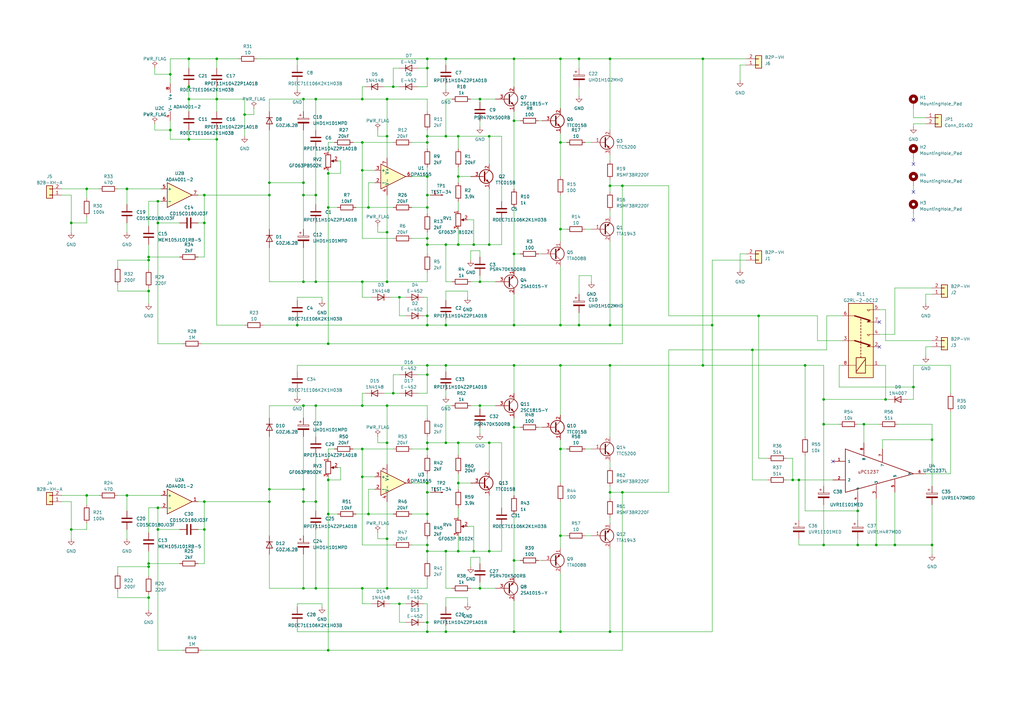
<source format=kicad_sch>
(kicad_sch (version 20230121) (generator eeschema)
  (paper "A3")
  (junction (at 354.33 173.99))
  (junction (at 148.59 40.64))
  (junction (at 255.27 201.93))
  (junction (at 229.87 259.08))
  (junction (at 29.21 217.17))
  (junction (at 229.87 93.98))
  (junction (at 175.26 223.52))
  (junction (at 229.87 149.86))
  (junction (at 64.77 208.28))
  (junction (at 363.22 163.83))
  (junction (at 161.29 35.56))
  (junction (at 175.26 226.06))
  (junction (at 187.96 55.88))
  (junction (at 77.47 57.15))
  (junction (at 382.27 223.52))
  (junction (at 175.26 181.61))
  (junction (at 158.75 220.98))
  (junction (at 148.59 241.3))
  (junction (at 134.62 71.12))
  (junction (at 210.82 104.14))
  (junction (at 158.75 115.57))
  (junction (at 148.59 69.85))
  (junction (at 83.82 205.74))
  (junction (at 158.75 166.37))
  (junction (at 325.12 196.85))
  (junction (at 337.82 173.99))
  (junction (at 187.96 198.12))
  (junction (at 210.82 175.26))
  (junction (at 175.26 198.12))
  (junction (at 250.19 149.86))
  (junction (at 255.27 76.2))
  (junction (at 175.26 24.13))
  (junction (at 148.59 195.58))
  (junction (at 250.19 201.93))
  (junction (at 163.83 247.65))
  (junction (at 182.88 181.61))
  (junction (at 210.82 149.86))
  (junction (at 158.75 241.3))
  (junction (at 292.1 133.35))
  (junction (at 187.96 181.61))
  (junction (at 124.46 200.66))
  (junction (at 151.13 85.09))
  (junction (at 64.77 217.17))
  (junction (at 148.59 58.42))
  (junction (at 124.46 74.93))
  (junction (at 60.96 119.38))
  (junction (at 129.54 40.64))
  (junction (at 60.96 105.41))
  (junction (at 175.26 153.67))
  (junction (at 210.82 229.87))
  (junction (at 83.82 91.44))
  (junction (at 158.75 55.88))
  (junction (at 182.88 133.35))
  (junction (at 374.65 158.75))
  (junction (at 175.26 58.42))
  (junction (at 337.82 223.52))
  (junction (at 200.66 181.61))
  (junction (at 124.46 40.64))
  (junction (at 134.62 196.85))
  (junction (at 110.49 205.74))
  (junction (at 250.19 259.08))
  (junction (at 129.54 115.57))
  (junction (at 229.87 24.13))
  (junction (at 110.49 74.93))
  (junction (at 182.88 149.86))
  (junction (at 250.19 24.13))
  (junction (at 163.83 121.92))
  (junction (at 196.85 115.57))
  (junction (at 88.9 40.64))
  (junction (at 83.82 217.17))
  (junction (at 288.29 149.86))
  (junction (at 88.9 57.15))
  (junction (at 175.26 210.82))
  (junction (at 200.66 226.06))
  (junction (at 64.77 91.44))
  (junction (at 182.88 24.13))
  (junction (at 200.66 100.33))
  (junction (at 210.82 24.13))
  (junction (at 182.88 226.06))
  (junction (at 182.88 100.33))
  (junction (at 250.19 76.2))
  (junction (at 182.88 55.88))
  (junction (at 158.75 95.25))
  (junction (at 175.26 55.88))
  (junction (at 158.75 40.64))
  (junction (at 69.85 30.48))
  (junction (at 182.88 259.08))
  (junction (at 175.26 100.33))
  (junction (at 210.82 133.35))
  (junction (at 210.82 49.53))
  (junction (at 161.29 161.29))
  (junction (at 196.85 40.64))
  (junction (at 175.26 149.86))
  (junction (at 196.85 166.37))
  (junction (at 330.2 149.86))
  (junction (at 187.96 72.39))
  (junction (at 250.19 133.35))
  (junction (at 196.85 241.3))
  (junction (at 175.26 72.39))
  (junction (at 311.15 129.54))
  (junction (at 194.31 226.06))
  (junction (at 175.26 97.79))
  (junction (at 175.26 80.01))
  (junction (at 60.96 245.11))
  (junction (at 229.87 58.42))
  (junction (at 351.79 209.55))
  (junction (at 129.54 166.37))
  (junction (at 121.92 133.35))
  (junction (at 175.26 27.94))
  (junction (at 77.47 40.64))
  (junction (at 64.77 82.55))
  (junction (at 229.87 184.15))
  (junction (at 88.9 24.13))
  (junction (at 110.49 80.01))
  (junction (at 77.47 24.13))
  (junction (at 83.82 80.01))
  (junction (at 359.41 223.52))
  (junction (at 124.46 241.3))
  (junction (at 210.82 259.08))
  (junction (at 121.92 24.13))
  (junction (at 237.49 133.35))
  (junction (at 367.03 223.52))
  (junction (at 229.87 219.71))
  (junction (at 308.61 143.51))
  (junction (at 129.54 80.01))
  (junction (at 35.56 203.2))
  (junction (at 134.62 266.7))
  (junction (at 148.59 184.15))
  (junction (at 187.96 100.33))
  (junction (at 148.59 166.37))
  (junction (at 175.26 129.54))
  (junction (at 175.26 85.09))
  (junction (at 229.87 133.35))
  (junction (at 382.27 180.34))
  (junction (at 158.75 181.61))
  (junction (at 175.26 201.93))
  (junction (at 124.46 80.01))
  (junction (at 151.13 210.82))
  (junction (at 351.79 223.52))
  (junction (at 124.46 166.37))
  (junction (at 148.59 115.57))
  (junction (at 134.62 85.09))
  (junction (at 175.26 133.35))
  (junction (at 110.49 200.66))
  (junction (at 327.66 196.85))
  (junction (at 60.96 231.14))
  (junction (at 175.26 255.27))
  (junction (at 60.96 232.41))
  (junction (at 52.07 203.2))
  (junction (at 52.07 77.47))
  (junction (at 124.46 205.74))
  (junction (at 134.62 140.97))
  (junction (at 337.82 163.83))
  (junction (at 100.33 46.99))
  (junction (at 35.56 77.47))
  (junction (at 237.49 24.13))
  (junction (at 69.85 53.34))
  (junction (at 129.54 205.74))
  (junction (at 60.96 106.68))
  (junction (at 194.31 100.33))
  (junction (at 187.96 226.06))
  (junction (at 124.46 115.57))
  (junction (at 288.29 24.13))
  (junction (at 175.26 184.15))
  (junction (at 134.62 210.82))
  (junction (at 29.21 91.44))
  (junction (at 200.66 55.88))
  (junction (at 129.54 241.3))
  (junction (at 77.47 35.56))
  (junction (at 175.26 259.08))
  (no_connect (at 360.68 142.24))
  (no_connect (at 360.68 132.08))
  (no_connect (at 374.65 78.74))
  (no_connect (at 374.65 67.31))
  (no_connect (at 341.63 189.23))
  (no_connect (at 374.65 90.17))
  (wire (pts (xy 48.26 242.57) (xy 48.26 245.11)))
  (wire (pts (xy 151.13 200.66) (xy 151.13 210.82)))
  (wire (pts (xy 110.49 241.3) (xy 124.46 241.3)))
  (wire (pts (xy 187.96 82.55) (xy 187.96 86.36)))
  (wire (pts (xy 359.41 204.47) (xy 359.41 223.52)))
  (wire (pts (xy 182.88 55.88) (xy 175.26 55.88)))
  (wire (pts (xy 154.94 55.88) (xy 158.75 55.88)))
  (wire (pts (xy 255.27 76.2) (xy 255.27 140.97)))
  (wire (pts (xy 60.96 218.44) (xy 60.96 208.28)))
  (wire (pts (xy 124.46 101.6) (xy 124.46 115.57)))
  (wire (pts (xy 63.5 50.8) (xy 63.5 53.34)))
  (wire (pts (xy 129.54 40.64) (xy 129.54 53.34)))
  (wire (pts (xy 322.58 187.96) (xy 325.12 187.96)))
  (wire (pts (xy 210.82 210.82) (xy 210.82 229.87)))
  (wire (pts (xy 185.42 115.57) (xy 182.88 115.57)))
  (wire (pts (xy 148.59 115.57) (xy 158.75 115.57)))
  (wire (pts (xy 175.26 58.42) (xy 168.91 58.42)))
  (wire (pts (xy 229.87 259.08) (xy 210.82 259.08)))
  (wire (pts (xy 158.75 115.57) (xy 158.75 95.25)))
  (wire (pts (xy 77.47 24.13) (xy 77.47 27.94)))
  (wire (pts (xy 83.82 105.41) (xy 83.82 91.44)))
  (wire (pts (xy 175.26 241.3) (xy 158.75 241.3)))
  (wire (pts (xy 81.28 205.74) (xy 83.82 205.74)))
  (wire (pts (xy 107.95 133.35) (xy 121.92 133.35)))
  (wire (pts (xy 229.87 58.42) (xy 229.87 72.39)))
  (wire (pts (xy 187.96 194.31) (xy 187.96 198.12)))
  (wire (pts (xy 374.65 44.45) (xy 374.65 48.26)))
  (wire (pts (xy 210.82 104.14) (xy 210.82 110.49)))
  (wire (pts (xy 144.78 184.15) (xy 148.59 184.15)))
  (wire (pts (xy 327.66 196.85) (xy 341.63 196.85)))
  (wire (pts (xy 163.83 153.67) (xy 161.29 153.67)))
  (wire (pts (xy 149.86 35.56) (xy 148.59 35.56)))
  (wire (pts (xy 210.82 35.56) (xy 210.82 24.13)))
  (wire (pts (xy 64.77 208.28) (xy 64.77 217.17)))
  (wire (pts (xy 335.28 129.54) (xy 335.28 139.7)))
  (wire (pts (xy 311.15 129.54) (xy 335.28 129.54)))
  (wire (pts (xy 379.73 142.24) (xy 382.27 142.24)))
  (wire (pts (xy 60.96 118.11) (xy 60.96 119.38)))
  (wire (pts (xy 205.74 226.06) (xy 200.66 226.06)))
  (wire (pts (xy 81.28 231.14) (xy 83.82 231.14)))
  (wire (pts (xy 193.04 40.64) (xy 196.85 40.64)))
  (wire (pts (xy 48.26 203.2) (xy 52.07 203.2)))
  (wire (pts (xy 134.62 71.12) (xy 134.62 85.09)))
  (wire (pts (xy 129.54 166.37) (xy 129.54 179.07)))
  (wire (pts (xy 210.82 49.53) (xy 210.82 77.47)))
  (wire (pts (xy 163.83 247.65) (xy 166.37 247.65)))
  (wire (pts (xy 148.59 58.42) (xy 148.59 69.85)))
  (wire (pts (xy 88.9 133.35) (xy 100.33 133.35)))
  (wire (pts (xy 187.96 60.96) (xy 187.96 55.88)))
  (wire (pts (xy 229.87 109.22) (xy 229.87 133.35)))
  (wire (pts (xy 205.74 181.61) (xy 200.66 181.61)))
  (wire (pts (xy 187.96 219.71) (xy 187.96 226.06)))
  (wire (pts (xy 35.56 77.47) (xy 35.56 81.28)))
  (wire (pts (xy 121.92 24.13) (xy 175.26 24.13)))
  (wire (pts (xy 175.26 129.54) (xy 175.26 133.35)))
  (wire (pts (xy 210.82 149.86) (xy 229.87 149.86)))
  (wire (pts (xy 210.82 161.29) (xy 210.82 149.86)))
  (wire (pts (xy 151.13 210.82) (xy 161.29 210.82)))
  (wire (pts (xy 354.33 173.99) (xy 354.33 181.61)))
  (wire (pts (xy 382.27 223.52) (xy 382.27 227.33)))
  (wire (pts (xy 124.46 80.01) (xy 129.54 80.01)))
  (wire (pts (xy 237.49 35.56) (xy 237.49 39.37)))
  (wire (pts (xy 110.49 200.66) (xy 124.46 200.66)))
  (wire (pts (xy 330.2 209.55) (xy 351.79 209.55)))
  (wire (pts (xy 175.26 133.35) (xy 182.88 133.35)))
  (wire (pts (xy 194.31 215.9) (xy 194.31 226.06)))
  (wire (pts (xy 337.82 223.52) (xy 327.66 223.52)))
  (wire (pts (xy 64.77 217.17) (xy 64.77 266.7)))
  (wire (pts (xy 175.26 181.61) (xy 175.26 184.15)))
  (wire (pts (xy 29.21 95.25) (xy 29.21 91.44)))
  (wire (pts (xy 25.4 77.47) (xy 35.56 77.47)))
  (wire (pts (xy 82.55 266.7) (xy 134.62 266.7)))
  (wire (pts (xy 129.54 40.64) (xy 148.59 40.64)))
  (wire (pts (xy 187.96 68.58) (xy 187.96 72.39)))
  (wire (pts (xy 229.87 24.13) (xy 229.87 44.45)))
  (wire (pts (xy 351.79 223.52) (xy 359.41 223.52)))
  (wire (pts (xy 200.66 181.61) (xy 187.96 181.61)))
  (wire (pts (xy 374.65 48.26) (xy 379.73 48.26)))
  (wire (pts (xy 60.96 208.28) (xy 64.77 208.28)))
  (wire (pts (xy 205.74 100.33) (xy 200.66 100.33)))
  (wire (pts (xy 182.88 256.54) (xy 182.88 259.08)))
  (wire (pts (xy 60.96 105.41) (xy 60.96 106.68)))
  (wire (pts (xy 29.21 217.17) (xy 29.21 205.74)))
  (wire (pts (xy 175.26 80.01) (xy 176.53 80.01)))
  (wire (pts (xy 250.19 24.13) (xy 250.19 53.34)))
  (wire (pts (xy 303.53 33.02) (xy 303.53 26.67)))
  (wire (pts (xy 29.21 80.01) (xy 25.4 80.01)))
  (wire (pts (xy 134.62 85.09) (xy 138.43 85.09)))
  (wire (pts (xy 187.96 198.12) (xy 187.96 200.66)))
  (wire (pts (xy 191.77 245.11) (xy 191.77 247.65)))
  (wire (pts (xy 187.96 226.06) (xy 194.31 226.06)))
  (wire (pts (xy 354.33 173.99) (xy 360.68 173.99)))
  (wire (pts (xy 220.98 104.14) (xy 222.25 104.14)))
  (wire (pts (xy 29.21 91.44) (xy 29.21 80.01)))
  (wire (pts (xy 196.85 40.64) (xy 196.85 41.91)))
  (wire (pts (xy 121.92 149.86) (xy 121.92 152.4)))
  (wire (pts (xy 148.59 241.3) (xy 158.75 241.3)))
  (wire (pts (xy 175.26 53.34) (xy 175.26 55.88)))
  (wire (pts (xy 52.07 217.17) (xy 52.07 220.98)))
  (wire (pts (xy 359.41 223.52) (xy 367.03 223.52)))
  (wire (pts (xy 337.82 207.01) (xy 337.82 223.52)))
  (wire (pts (xy 250.19 201.93) (xy 250.19 204.47)))
  (wire (pts (xy 175.26 247.65) (xy 175.26 255.27)))
  (wire (pts (xy 110.49 74.93) (xy 110.49 80.01)))
  (wire (pts (xy 374.65 87.63) (xy 374.65 90.17)))
  (wire (pts (xy 229.87 54.61) (xy 229.87 58.42)))
  (wire (pts (xy 210.82 246.38) (xy 210.82 259.08)))
  (wire (pts (xy 367.03 223.52) (xy 382.27 223.52)))
  (wire (pts (xy 124.46 200.66) (xy 124.46 205.74)))
  (wire (pts (xy 229.87 234.95) (xy 229.87 259.08)))
  (wire (pts (xy 250.19 149.86) (xy 250.19 179.07)))
  (wire (pts (xy 175.26 237.49) (xy 175.26 241.3)))
  (wire (pts (xy 303.53 26.67) (xy 306.07 26.67)))
  (wire (pts (xy 69.85 24.13) (xy 69.85 30.48)))
  (wire (pts (xy 148.59 241.3) (xy 148.59 247.65)))
  (wire (pts (xy 292.1 259.08) (xy 250.19 259.08)))
  (wire (pts (xy 110.49 53.34) (xy 110.49 74.93)))
  (wire (pts (xy 163.83 121.92) (xy 166.37 121.92)))
  (wire (pts (xy 132.08 121.92) (xy 132.08 123.19)))
  (wire (pts (xy 175.26 198.12) (xy 175.26 194.31)))
  (wire (pts (xy 64.77 266.7) (xy 74.93 266.7)))
  (wire (pts (xy 129.54 80.01) (xy 129.54 83.82)))
  (wire (pts (xy 191.77 215.9) (xy 194.31 215.9)))
  (wire (pts (xy 205.74 82.55) (xy 205.74 55.88)))
  (wire (pts (xy 163.83 27.94) (xy 161.29 27.94)))
  (wire (pts (xy 187.96 208.28) (xy 187.96 212.09)))
  (wire (pts (xy 48.26 119.38) (xy 60.96 119.38)))
  (wire (pts (xy 52.07 91.44) (xy 52.07 95.25)))
  (wire (pts (xy 110.49 74.93) (xy 124.46 74.93)))
  (wire (pts (xy 60.96 243.84) (xy 60.96 245.11)))
  (wire (pts (xy 48.26 106.68) (xy 48.26 109.22)))
  (wire (pts (xy 175.26 161.29) (xy 171.45 161.29)))
  (wire (pts (xy 210.82 120.65) (xy 210.82 133.35)))
  (wire (pts (xy 121.92 121.92) (xy 132.08 121.92)))
  (wire (pts (xy 196.85 49.53) (xy 196.85 52.07)))
  (wire (pts (xy 134.62 85.09) (xy 134.62 140.97)))
  (wire (pts (xy 292.1 133.35) (xy 292.1 259.08)))
  (wire (pts (xy 250.19 212.09) (xy 250.19 214.63)))
  (wire (pts (xy 175.26 210.82) (xy 175.26 201.93)))
  (wire (pts (xy 110.49 200.66) (xy 110.49 205.74)))
  (wire (pts (xy 237.49 133.35) (xy 229.87 133.35)))
  (wire (pts (xy 64.77 82.55) (xy 66.04 82.55)))
  (wire (pts (xy 124.46 53.34) (xy 124.46 74.93)))
  (wire (pts (xy 311.15 187.96) (xy 311.15 129.54)))
  (wire (pts (xy 374.65 50.8) (xy 374.65 52.07)))
  (wire (pts (xy 229.87 219.71) (xy 229.87 224.79)))
  (wire (pts (xy 35.56 88.9) (xy 35.56 91.44)))
  (wire (pts (xy 83.82 91.44) (xy 81.28 91.44)))
  (wire (pts (xy 35.56 77.47) (xy 40.64 77.47)))
  (wire (pts (xy 124.46 205.74) (xy 124.46 219.71)))
  (wire (pts (xy 154.94 218.44) (xy 154.94 220.98)))
  (wire (pts (xy 154.94 181.61) (xy 158.75 181.61)))
  (wire (pts (xy 193.04 241.3) (xy 196.85 241.3)))
  (wire (pts (xy 124.46 166.37) (xy 129.54 166.37)))
  (wire (pts (xy 173.99 129.54) (xy 175.26 129.54)))
  (wire (pts (xy 134.62 266.7) (xy 255.27 266.7)))
  (wire (pts (xy 175.26 100.33) (xy 175.26 104.14)))
  (wire (pts (xy 139.7 71.12) (xy 139.7 66.04)))
  (wire (pts (xy 88.9 57.15) (xy 88.9 53.34)))
  (wire (pts (xy 148.59 223.52) (xy 161.29 223.52)))
  (wire (pts (xy 124.46 80.01) (xy 124.46 93.98)))
  (wire (pts (xy 64.77 82.55) (xy 64.77 91.44)))
  (wire (pts (xy 175.26 121.92) (xy 175.26 129.54)))
  (wire (pts (xy 153.67 200.66) (xy 151.13 200.66)))
  (wire (pts (xy 344.17 149.86) (xy 344.17 158.75)))
  (wire (pts (xy 148.59 247.65) (xy 152.4 247.65)))
  (wire (pts (xy 88.9 35.56) (xy 88.9 40.64)))
  (wire (pts (xy 121.92 259.08) (xy 175.26 259.08)))
  (wire (pts (xy 193.04 106.68) (xy 193.04 102.87)))
  (wire (pts (xy 210.82 49.53) (xy 213.36 49.53)))
  (wire (pts (xy 124.46 166.37) (xy 110.49 166.37)))
  (wire (pts (xy 158.75 241.3) (xy 158.75 220.98)))
  (wire (pts (xy 175.26 179.07) (xy 175.26 181.61)))
  (wire (pts (xy 374.65 64.77) (xy 374.65 67.31)))
  (wire (pts (xy 134.62 58.42) (xy 137.16 58.42)))
  (wire (pts (xy 382.27 207.01) (xy 382.27 223.52)))
  (wire (pts (xy 182.88 34.29) (xy 182.88 36.83)))
  (wire (pts (xy 77.47 53.34) (xy 77.47 57.15)))
  (wire (pts (xy 129.54 60.96) (xy 129.54 80.01)))
  (wire (pts (xy 330.2 186.69) (xy 330.2 209.55)))
  (wire (pts (xy 134.62 210.82) (xy 138.43 210.82)))
  (wire (pts (xy 134.62 196.85) (xy 134.62 210.82)))
  (wire (pts (xy 196.85 175.26) (xy 196.85 177.8)))
  (wire (pts (xy 182.88 119.38) (xy 191.77 119.38)))
  (wire (pts (xy 351.79 223.52) (xy 337.82 223.52)))
  (wire (pts (xy 187.96 93.98) (xy 187.96 100.33)))
  (wire (pts (xy 185.42 166.37) (xy 182.88 166.37)))
  (wire (pts (xy 242.57 113.03) (xy 242.57 115.57)))
  (wire (pts (xy 288.29 24.13) (xy 288.29 149.86)))
  (wire (pts (xy 158.75 55.88) (xy 158.75 40.64)))
  (wire (pts (xy 200.66 193.04) (xy 200.66 181.61)))
  (wire (pts (xy 193.04 115.57) (xy 196.85 115.57)))
  (wire (pts (xy 35.56 203.2) (xy 40.64 203.2)))
  (wire (pts (xy 182.88 40.64) (xy 182.88 55.88)))
  (wire (pts (xy 77.47 40.64) (xy 88.9 40.64)))
  (wire (pts (xy 250.19 76.2) (xy 250.19 78.74)))
  (wire (pts (xy 330.2 149.86) (xy 330.2 179.07)))
  (wire (pts (xy 124.46 74.93) (xy 124.46 80.01)))
  (wire (pts (xy 64.77 91.44) (xy 64.77 140.97)))
  (wire (pts (xy 124.46 40.64) (xy 124.46 45.72)))
  (wire (pts (xy 187.96 55.88) (xy 182.88 55.88)))
  (wire (pts (xy 110.49 166.37) (xy 110.49 171.45)))
  (wire (pts (xy 337.82 199.39) (xy 337.82 173.99)))
  (wire (pts (xy 229.87 133.35) (xy 210.82 133.35)))
  (wire (pts (xy 81.28 105.41) (xy 83.82 105.41)))
  (wire (pts (xy 77.47 40.64) (xy 77.47 45.72)))
  (wire (pts (xy 129.54 186.69) (xy 129.54 205.74)))
  (wire (pts (xy 139.7 191.77) (xy 138.43 191.77)))
  (wire (pts (xy 232.41 93.98) (xy 229.87 93.98)))
  (wire (pts (xy 175.26 153.67) (xy 175.26 149.86)))
  (wire (pts (xy 255.27 201.93) (xy 255.27 266.7)))
  (wire (pts (xy 77.47 24.13) (xy 88.9 24.13)))
  (wire (pts (xy 182.88 259.08) (xy 210.82 259.08)))
  (wire (pts (xy 374.65 76.2) (xy 374.65 78.74)))
  (wire (pts (xy 158.75 190.5) (xy 158.75 181.61)))
  (wire (pts (xy 368.3 173.99) (xy 382.27 173.99)))
  (wire (pts (xy 229.87 58.42) (xy 232.41 58.42)))
  (wire (pts (xy 250.19 199.39) (xy 250.19 201.93)))
  (wire (pts (xy 124.46 205.74) (xy 129.54 205.74)))
  (wire (pts (xy 134.62 62.23) (xy 134.62 58.42)))
  (wire (pts (xy 351.79 207.01) (xy 351.79 209.55)))
  (wire (pts (xy 148.59 184.15) (xy 148.59 195.58)))
  (wire (pts (xy 161.29 27.94) (xy 161.29 35.56)))
  (wire (pts (xy 104.14 46.99) (xy 100.33 46.99)))
  (wire (pts (xy 193.04 228.6) (xy 196.85 228.6)))
  (wire (pts (xy 52.07 77.47) (xy 52.07 83.82)))
  (wire (pts (xy 379.73 50.8) (xy 374.65 50.8)))
  (wire (pts (xy 160.02 247.65) (xy 163.83 247.65)))
  (wire (pts (xy 175.26 97.79) (xy 175.26 100.33)))
  (wire (pts (xy 83.82 80.01) (xy 110.49 80.01)))
  (wire (pts (xy 63.5 30.48) (xy 69.85 30.48)))
  (wire (pts (xy 229.87 24.13) (xy 237.49 24.13)))
  (wire (pts (xy 187.96 72.39) (xy 193.04 72.39)))
  (wire (pts (xy 60.96 82.55) (xy 64.77 82.55)))
  (wire (pts (xy 153.67 74.93) (xy 151.13 74.93)))
  (wire (pts (xy 134.62 71.12) (xy 139.7 71.12)))
  (wire (pts (xy 274.32 76.2) (xy 255.27 76.2)))
  (wire (pts (xy 63.5 27.94) (xy 63.5 30.48)))
  (wire (pts (xy 60.96 231.14) (xy 60.96 232.41)))
  (wire (pts (xy 171.45 153.67) (xy 175.26 153.67)))
  (wire (pts (xy 175.26 171.45) (xy 175.26 166.37)))
  (wire (pts (xy 337.82 149.86) (xy 330.2 149.86)))
  (wire (pts (xy 148.59 69.85) (xy 153.67 69.85)))
  (wire (pts (xy 210.82 175.26) (xy 213.36 175.26)))
  (wire (pts (xy 168.91 198.12) (xy 175.26 198.12)))
  (wire (pts (xy 229.87 259.08) (xy 250.19 259.08)))
  (wire (pts (xy 210.82 229.87) (xy 210.82 236.22)))
  (wire (pts (xy 196.85 241.3) (xy 203.2 241.3)))
  (wire (pts (xy 48.26 77.47) (xy 52.07 77.47)))
  (wire (pts (xy 173.99 255.27) (xy 175.26 255.27)))
  (wire (pts (xy 88.9 24.13) (xy 97.79 24.13)))
  (wire (pts (xy 237.49 128.27) (xy 237.49 133.35)))
  (wire (pts (xy 330.2 149.86) (xy 288.29 149.86)))
  (wire (pts (xy 161.29 184.15) (xy 148.59 184.15)))
  (wire (pts (xy 308.61 143.51) (xy 308.61 196.85)))
  (wire (pts (xy 196.85 166.37) (xy 196.85 167.64)))
  (wire (pts (xy 163.83 129.54) (xy 163.83 121.92)))
  (wire (pts (xy 121.92 256.54) (xy 121.92 259.08)))
  (wire (pts (xy 69.85 24.13) (xy 77.47 24.13)))
  (wire (pts (xy 175.26 27.94) (xy 175.26 24.13)))
  (wire (pts (xy 200.66 67.31) (xy 200.66 55.88)))
  (wire (pts (xy 250.19 24.13) (xy 288.29 24.13)))
  (wire (pts (xy 144.78 58.42) (xy 148.59 58.42)))
  (wire (pts (xy 229.87 184.15) (xy 229.87 198.12)))
  (wire (pts (xy 250.19 99.06) (xy 250.19 133.35)))
  (wire (pts (xy 379.73 146.05) (xy 379.73 142.24)))
  (wire (pts (xy 29.21 220.98) (xy 29.21 217.17)))
  (wire (pts (xy 148.59 195.58) (xy 148.59 223.52)))
  (wire (pts (xy 148.59 69.85) (xy 148.59 97.79)))
  (wire (pts (xy 327.66 223.52) (xy 327.66 220.98)))
  (wire (pts (xy 77.47 34.29) (xy 77.47 35.56)))
  (wire (pts (xy 52.07 77.47) (xy 66.04 77.47)))
  (wire (pts (xy 175.26 85.09) (xy 175.26 87.63)))
  (wire (pts (xy 134.62 187.96) (xy 134.62 184.15)))
  (wire (pts (xy 314.96 187.96) (xy 311.15 187.96)))
  (wire (pts (xy 175.26 186.69) (xy 175.26 184.15)))
  (wire (pts (xy 210.82 229.87) (xy 213.36 229.87)))
  (wire (pts (xy 335.28 139.7) (xy 345.44 139.7)))
  (wire (pts (xy 175.26 153.67) (xy 175.26 161.29)))
  (wire (pts (xy 250.19 63.5) (xy 250.19 66.04)))
  (wire (pts (xy 250.19 201.93) (xy 255.27 201.93)))
  (wire (pts (xy 139.7 66.04) (xy 138.43 66.04)))
  (wire (pts (xy 351.79 220.98) (xy 351.79 223.52)))
  (wire (pts (xy 250.19 86.36) (xy 250.19 88.9)))
  (wire (pts (xy 303.53 104.14) (xy 306.07 104.14)))
  (wire (pts (xy 104.14 44.45) (xy 104.14 46.99)))
  (wire (pts (xy 205.74 55.88) (xy 200.66 55.88)))
  (wire (pts (xy 292.1 106.68) (xy 292.1 133.35)))
  (wire (pts (xy 77.47 35.56) (xy 77.47 40.64)))
  (wire (pts (xy 250.19 73.66) (xy 250.19 76.2)))
  (wire (pts (xy 250.19 224.79) (xy 250.19 259.08)))
  (wire (pts (xy 205.74 90.17) (xy 205.74 100.33)))
  (wire (pts (xy 151.13 85.09) (xy 161.29 85.09)))
  (wire (pts (xy 100.33 46.99) (xy 100.33 55.88)))
  (wire (pts (xy 129.54 217.17) (xy 129.54 241.3)))
  (wire (pts (xy 175.26 184.15) (xy 168.91 184.15)))
  (wire (pts (xy 325.12 196.85) (xy 327.66 196.85)))
  (wire (pts (xy 129.54 241.3) (xy 148.59 241.3)))
  (wire (pts (xy 372.11 163.83) (xy 374.65 163.83)))
  (wire (pts (xy 182.88 149.86) (xy 210.82 149.86)))
  (wire (pts (xy 110.49 115.57) (xy 124.46 115.57)))
  (wire (pts (xy 161.29 35.56) (xy 163.83 35.56)))
  (wire (pts (xy 210.82 24.13) (xy 229.87 24.13)))
  (wire (pts (xy 210.82 85.09) (xy 210.82 104.14)))
  (wire (pts (xy 35.56 91.44) (xy 29.21 91.44)))
  (wire (pts (xy 158.75 95.25) (xy 158.75 80.01)))
  (wire (pts (xy 337.82 173.99) (xy 337.82 163.83)))
  (wire (pts (xy 382.27 173.99) (xy 382.27 180.34)))
  (wire (pts (xy 69.85 49.53) (xy 69.85 53.34)))
  (wire (pts (xy 306.07 106.68) (xy 292.1 106.68)))
  (wire (pts (xy 158.75 166.37) (xy 148.59 166.37)))
  (wire (pts (xy 379.73 124.46) (xy 379.73 120.65)))
  (wire (pts (xy 232.41 219.71) (xy 229.87 219.71)))
  (wire (pts (xy 389.89 194.31) (xy 379.73 194.31)))
  (wire (pts (xy 182.88 149.86) (xy 182.88 152.4)))
  (wire (pts (xy 250.19 149.86) (xy 288.29 149.86)))
  (wire (pts (xy 175.26 35.56) (xy 171.45 35.56)))
  (wire (pts (xy 308.61 143.51) (xy 274.32 143.51)))
  (wire (pts (xy 237.49 120.65) (xy 237.49 113.03)))
  (wire (pts (xy 146.05 85.09) (xy 151.13 85.09)))
  (wire (pts (xy 308.61 143.51) (xy 339.09 143.51)))
  (wire (pts (xy 161.29 153.67) (xy 161.29 161.29)))
  (wire (pts (xy 325.12 187.96) (xy 325.12 196.85)))
  (wire (pts (xy 274.32 129.54) (xy 274.32 76.2)))
  (wire (pts (xy 193.04 102.87) (xy 196.85 102.87)))
  (wire (pts (xy 175.26 201.93) (xy 175.26 198.12)))
  (wire (pts (xy 129.54 166.37) (xy 148.59 166.37)))
  (wire (pts (xy 124.46 179.07) (xy 124.46 200.66)))
  (wire (pts (xy 121.92 247.65) (xy 132.08 247.65)))
  (wire (pts (xy 193.04 166.37) (xy 196.85 166.37)))
  (wire (pts (xy 129.54 115.57) (xy 148.59 115.57)))
  (wire (pts (xy 171.45 27.94) (xy 175.26 27.94)))
  (wire (pts (xy 175.26 55.88) (xy 175.26 58.42)))
  (wire (pts (xy 60.96 226.06) (xy 60.96 231.14)))
  (wire (pts (xy 194.31 90.17) (xy 194.31 100.33)))
  (wire (pts (xy 69.85 53.34) (xy 69.85 57.15)))
  (wire (pts (xy 82.55 140.97) (xy 134.62 140.97)))
  (wire (pts (xy 110.49 80.01) (xy 110.49 93.98)))
  (wire (pts (xy 60.96 119.38) (xy 60.96 124.46)))
  (wire (pts (xy 83.82 217.17) (xy 83.82 205.74)))
  (wire (pts (xy 175.26 24.13) (xy 182.88 24.13)))
  (wire (pts (xy 367.03 118.11) (xy 382.27 118.11)))
  (wire (pts (xy 121.92 34.29) (xy 121.92 36.83)))
  (wire (pts (xy 35.56 214.63) (xy 35.56 217.17)))
  (wire (pts (xy 149.86 161.29) (xy 148.59 161.29)))
  (wire (pts (xy 220.98 49.53) (xy 222.25 49.53)))
  (wire (pts (xy 148.59 195.58) (xy 153.67 195.58)))
  (wire (pts (xy 345.44 149.86) (xy 344.17 149.86)))
  (wire (pts (xy 154.94 179.07) (xy 154.94 181.61)))
  (wire (pts (xy 205.74 208.28) (xy 205.74 181.61)))
  (wire (pts (xy 25.4 203.2) (xy 35.56 203.2)))
  (wire (pts (xy 339.09 143.51) (xy 339.09 129.54)))
  (wire (pts (xy 157.48 35.56) (xy 161.29 35.56)))
  (wire (pts (xy 88.9 40.64) (xy 100.33 40.64)))
  (wire (pts (xy 182.88 181.61) (xy 175.26 181.61)))
  (wire (pts (xy 48.26 116.84) (xy 48.26 119.38)))
  (wire (pts (xy 110.49 227.33) (xy 110.49 241.3)))
  (wire (pts (xy 187.96 100.33) (xy 182.88 100.33)))
  (wire (pts (xy 363.22 127) (xy 360.68 127)))
  (wire (pts (xy 69.85 57.15) (xy 77.47 57.15)))
  (wire (pts (xy 48.26 245.11) (xy 60.96 245.11)))
  (wire (pts (xy 250.19 189.23) (xy 250.19 191.77)))
  (wire (pts (xy 308.61 196.85) (xy 314.96 196.85)))
  (wire (pts (xy 29.21 205.74) (xy 25.4 205.74)))
  (wire (pts (xy 220.98 175.26) (xy 222.25 175.26)))
  (wire (pts (xy 220.98 229.87) (xy 222.25 229.87)))
  (wire (pts (xy 163.83 255.27) (xy 163.83 247.65)))
  (wire (pts (xy 250.19 76.2) (xy 255.27 76.2)))
  (wire (pts (xy 229.87 93.98) (xy 229.87 99.06)))
  (wire (pts (xy 382.27 180.34) (xy 382.27 199.39)))
  (wire (pts (xy 175.26 121.92) (xy 173.99 121.92)))
  (wire (pts (xy 196.85 228.6) (xy 196.85 231.14)))
  (wire (pts (xy 196.85 238.76) (xy 196.85 241.3)))
  (wire (pts (xy 134.62 210.82) (xy 134.62 266.7)))
  (wire (pts (xy 363.22 149.86) (xy 360.68 149.86)))
  (wire (pts (xy 182.88 100.33) (xy 175.26 100.33)))
  (wire (pts (xy 161.29 58.42) (xy 148.59 58.42)))
  (wire (pts (xy 175.26 226.06) (xy 175.26 229.87)))
  (wire (pts (xy 134.62 196.85) (xy 139.7 196.85)))
  (wire (pts (xy 148.59 161.29) (xy 148.59 166.37)))
  (wire (pts (xy 148.59 35.56) (xy 148.59 40.64)))
  (wire (pts (xy 182.88 241.3) (xy 182.88 226.06)))
  (wire (pts (xy 175.26 60.96) (xy 175.26 58.42)))
  (wire (pts (xy 121.92 149.86) (xy 175.26 149.86)))
  (wire (pts (xy 250.19 133.35) (xy 237.49 133.35)))
  (wire (pts (xy 379.73 120.65) (xy 382.27 120.65)))
  (wire (pts (xy 158.75 64.77) (xy 158.75 55.88)))
  (wire (pts (xy 148.59 97.79) (xy 161.29 97.79)))
  (wire (pts (xy 175.26 201.93) (xy 176.53 201.93)))
  (wire (pts (xy 210.82 45.72) (xy 210.82 49.53)))
  (wire (pts (xy 175.26 223.52) (xy 175.26 226.06)))
  (wire (pts (xy 134.62 69.85) (xy 134.62 71.12)))
  (wire (pts (xy 88.9 57.15) (xy 88.9 133.35)))
  (wire (pts (xy 367.03 137.16) (xy 360.68 137.16)))
  (wire (pts (xy 52.07 203.2) (xy 66.04 203.2)))
  (wire (pts (xy 363.22 139.7) (xy 382.27 139.7)))
  (wire (pts (xy 237.49 113.03) (xy 242.57 113.03)))
  (wire (pts (xy 363.22 149.86) (xy 363.22 163.83)))
  (wire (pts (xy 60.96 92.71) (xy 60.96 82.55)))
  (wire (pts (xy 182.88 24.13) (xy 210.82 24.13)))
  (wire (pts (xy 187.96 198.12) (xy 193.04 198.12)))
  (wire (pts (xy 124.46 115.57) (xy 129.54 115.57)))
  (wire (pts (xy 367.03 201.93) (xy 367.03 223.52)))
  (wire (pts (xy 175.26 95.25) (xy 175.26 97.79)))
  (wire (pts (xy 83.82 217.17) (xy 81.28 217.17)))
  (wire (pts (xy 105.41 24.13) (xy 121.92 24.13)))
  (wire (pts (xy 210.82 171.45) (xy 210.82 175.26)))
  (wire (pts (xy 121.92 133.35) (xy 175.26 133.35)))
  (wire (pts (xy 60.96 106.68) (xy 48.26 106.68)))
  (wire (pts (xy 134.62 184.15) (xy 137.16 184.15)))
  (wire (pts (xy 60.96 105.41) (xy 73.66 105.41)))
  (wire (pts (xy 250.19 133.35) (xy 292.1 133.35)))
  (wire (pts (xy 35.56 203.2) (xy 35.56 207.01)))
  (wire (pts (xy 124.46 227.33) (xy 124.46 241.3)))
  (wire (pts (xy 69.85 30.48) (xy 69.85 34.29)))
  (wire (pts (xy 185.42 241.3) (xy 182.88 241.3)))
  (wire (pts (xy 361.95 180.34) (xy 361.95 184.15)))
  (wire (pts (xy 240.03 93.98) (xy 242.57 93.98)))
  (wire (pts (xy 64.77 217.17) (xy 73.66 217.17)))
  (wire (pts (xy 158.75 181.61) (xy 158.75 166.37)))
  (wire (pts (xy 175.26 80.01) (xy 175.26 72.39)))
  (wire (pts (xy 139.7 196.85) (xy 139.7 191.77)))
  (wire (pts (xy 175.26 259.08) (xy 182.88 259.08)))
  (wire (pts (xy 210.82 104.14) (xy 213.36 104.14)))
  (wire (pts (xy 361.95 180.34) (xy 382.27 180.34)))
  (wire (pts (xy 124.46 40.64) (xy 110.49 40.64)))
  (wire (pts (xy 196.85 113.03) (xy 196.85 115.57)))
  (wire (pts (xy 182.88 24.13) (xy 182.88 26.67)))
  (wire (pts (xy 129.54 91.44) (xy 129.54 115.57)))
  (wire (pts (xy 374.65 158.75) (xy 374.65 149.86)))
  (wire (pts (xy 196.85 166.37) (xy 203.2 166.37)))
  (wire (pts (xy 158.75 40.64) (xy 175.26 40.64)))
  (wire (pts (xy 194.31 226.06) (xy 200.66 226.06)))
  (wire (pts (xy 182.88 166.37) (xy 182.88 181.61)))
  (wire (pts (xy 374.65 163.83) (xy 374.65 158.75)))
  (wire (pts (xy 175.26 27.94) (xy 175.26 35.56)))
  (wire (pts (xy 363.22 139.7) (xy 363.22 127)))
  (wire (pts (xy 322.58 196.85) (xy 325.12 196.85)))
  (wire (pts (xy 168.91 210.82) (xy 175.26 210.82)))
  (wire (pts (xy 210.82 175.26) (xy 210.82 203.2)))
  (wire (pts (xy 182.88 133.35) (xy 210.82 133.35)))
  (wire (pts (xy 337.82 163.83) (xy 363.22 163.83)))
  (wire (pts (xy 77.47 57.15) (xy 88.9 57.15)))
  (wire (pts (xy 60.96 232.41) (xy 48.26 232.41)))
  (wire (pts (xy 154.94 220.98) (xy 158.75 220.98)))
  (wire (pts (xy 148.59 121.92) (xy 152.4 121.92)))
  (wire (pts (xy 237.49 24.13) (xy 250.19 24.13)))
  (wire (pts (xy 124.46 40.64) (xy 129.54 40.64)))
  (wire (pts (xy 229.87 205.74) (xy 229.87 219.71)))
  (wire (pts (xy 200.66 77.47) (xy 200.66 100.33)))
  (wire (pts (xy 83.82 91.44) (xy 83.82 80.01)))
  (wire (pts (xy 229.87 149.86) (xy 250.19 149.86)))
  (wire (pts (xy 182.88 226.06) (xy 175.26 226.06)))
  (wire (pts (xy 129.54 205.74) (xy 129.54 209.55)))
  (wire (pts (xy 158.75 40.64) (xy 148.59 40.64)))
  (wire (pts (xy 173.99 247.65) (xy 175.26 247.65)))
  (wire (pts (xy 60.96 100.33) (xy 60.96 105.41)))
  (wire (pts (xy 237.49 24.13) (xy 237.49 27.94)))
  (wire (pts (xy 60.96 231.14) (xy 73.66 231.14)))
  (wire (pts (xy 154.94 95.25) (xy 158.75 95.25)))
  (wire (pts (xy 151.13 74.93) (xy 151.13 85.09)))
  (wire (pts (xy 196.85 40.64) (xy 203.2 40.64)))
  (wire (pts (xy 337.82 173.99) (xy 344.17 173.99)))
  (wire (pts (xy 175.26 85.09) (xy 175.26 80.01)))
  (wire (pts (xy 196.85 115.57) (xy 203.2 115.57)))
  (wire (pts (xy 337.82 149.86) (xy 337.82 163.83)))
  (wire (pts (xy 158.75 166.37) (xy 175.26 166.37)))
  (wire (pts (xy 175.26 223.52) (xy 168.91 223.52)))
  (wire (pts (xy 110.49 40.64) (xy 110.49 45.72)))
  (wire (pts (xy 158.75 220.98) (xy 158.75 205.74)))
  (wire (pts (xy 374.65 149.86) (xy 389.89 149.86)))
  (wire (pts (xy 168.91 72.39) (xy 175.26 72.39)))
  (wire (pts (xy 240.03 58.42) (xy 242.57 58.42)))
  (wire (pts (xy 175.26 45.72) (xy 175.26 40.64)))
  (wire (pts (xy 121.92 160.02) (xy 121.92 162.56)))
  (wire (pts (xy 187.96 72.39) (xy 187.96 74.93)))
  (wire (pts (xy 200.66 55.88) (xy 187.96 55.88)))
  (wire (pts (xy 205.74 215.9) (xy 205.74 226.06)))
  (wire (pts (xy 182.88 115.57) (xy 182.88 100.33)))
  (wire (pts (xy 168.91 85.09) (xy 175.26 85.09)))
  (wire (pts (xy 154.94 92.71) (xy 154.94 95.25)))
  (wire (pts (xy 60.96 106.68) (xy 60.96 110.49)))
  (wire (pts (xy 191.77 119.38) (xy 191.77 121.92)))
  (wire (pts (xy 339.09 129.54) (xy 345.44 129.54)))
  (wire (pts (xy 229.87 180.34) (xy 229.87 184.15)))
  (wire (pts (xy 175.26 115.57) (xy 158.75 115.57)))
  (wire (pts (xy 200.66 203.2) (xy 200.66 226.06)))
  (wire (pts (xy 110.49 179.07) (xy 110.49 200.66)))
  (wire (pts (xy 229.87 184.15) (xy 232.41 184.15)))
  (wire (pts (xy 121.92 24.13) (xy 121.92 26.67)))
  (wire (pts (xy 166.37 255.27) (xy 163.83 255.27)))
  (wire (pts (xy 229.87 149.86) (xy 229.87 170.18)))
  (wire (pts (xy 146.05 210.82) (xy 151.13 210.82)))
  (wire (pts (xy 60.96 245.11) (xy 60.96 250.19)))
  (wire (pts (xy 121.92 123.19) (xy 121.92 121.92)))
  (wire (pts (xy 124.46 166.37) (xy 124.46 171.45)))
  (wire (pts (xy 363.22 163.83) (xy 364.49 163.83)))
  (wire (pts (xy 182.88 245.11) (xy 191.77 245.11)))
  (wire (pts (xy 166.37 129.54) (xy 163.83 129.54)))
  (wire (pts (xy 64.77 140.97) (xy 74.93 140.97)))
  (wire (pts (xy 240.03 184.15) (xy 242.57 184.15)))
  (wire (pts (xy 48.26 232.41) (xy 48.26 234.95)))
  (wire (pts (xy 157.48 161.29) (xy 161.29 161.29)))
  (wire (pts (xy 134.62 195.58) (xy 134.62 196.85)))
  (wire (pts (xy 229.87 80.01) (xy 229.87 93.98)))
  (wire (pts (xy 367.03 118.11) (xy 367.03 137.16)))
  (wire (pts (xy 274.32 201.93) (xy 255.27 201.93)))
  (wire (pts (xy 182.88 160.02) (xy 182.88 162.56)))
  (wire (pts (xy 110.49 101.6) (xy 110.49 115.57)))
  (wire (pts (xy 187.96 181.61) (xy 182.88 181.61)))
  (wire (pts (xy 83.82 231.14) (xy 83.82 217.17)))
  (wire (pts (xy 60.96 232.41) (xy 60.96 236.22)))
  (wire (pts (xy 194.31 100.33) (xy 200.66 100.33)))
  (wire (pts (xy 121.92 248.92) (xy 121.92 247.65)))
  (wire (pts (xy 88.9 40.64) (xy 88.9 45.72)))
  (wire (pts (xy 185.42 40.64) (xy 182.88 40.64)))
  (wire (pts (xy 175.26 111.76) (xy 175.26 115.57)))
  (wire (pts (xy 175.26 210.82) (xy 175.26 213.36)))
  (wire (pts (xy 303.53 104.14) (xy 303.53 110.49)))
  (wire (pts (xy 100.33 40.64) (xy 100.33 46.99)))
  (wire (pts (xy 191.77 90.17) (xy 194.31 90.17)))
  (wire (pts (xy 110.49 205.74) (xy 110.49 219.71)))
  (wire (pts (xy 389.89 161.29) (xy 389.89 149.86)))
  (wire (pts (xy 175.26 97.79) (xy 168.91 97.79)))
  (wire (pts (xy 160.02 121.92) (xy 163.83 121.92)))
  (wire (pts (xy 196.85 102.87) (xy 196.85 105.41)))
  (wire (pts (xy 274.32 143.51) (xy 274.32 201.93)))
  (wire (pts (xy 52.07 203.2) (xy 52.07 209.55)))
  (wire (pts (xy 187.96 100.33) (xy 194.31 100.33)))
  (wire (pts (xy 134.62 140.97) (xy 255.27 140.97)))
  (wire (pts (xy 175.26 149.86) (xy 182.88 149.86)))
  (wire (pts (xy 64.77 91.44) (xy 73.66 91.44)))
  (wire (pts (xy 81.28 80.01) (xy 83.82 80.01)))
  (wire (pts (xy 161.29 161.29) (xy 163.83 161.29)))
  (wire (pts (xy 175.26 220.98) (xy 175.26 223.52)))
  (wire (pts (xy 175.26 255.27) (xy 175.26 259.08)))
  (wire (pts (xy 64.77 208.28) (xy 66.04 208.28)))
  (wire (pts (xy 124.46 241.3) (xy 129.54 241.3)))
  (wire (pts (xy 240.03 219.71) (xy 242.57 219.71)))
  (wire (pts (xy 327.66 196.85) (xy 327.66 213.36)))
  (wire (pts (xy 148.59 115.57) (xy 148.59 121.92)))
  (wire (pts (xy 389.89 168.91) (xy 389.89 194.31)))
  (wire (pts (xy 88.9 24.13) (xy 88.9 27.94)))
  (wire (pts (xy 121.92 130.81) (xy 121.92 133.35)))
  (wire (pts (xy 63.5 53.34) (xy 69.85 53.34)))
  (wire (pts (xy 288.29 24.13) (xy 306.07 24.13)))
  (wire (pts (xy 175.26 72.39) (xy 175.26 68.58)))
  (wire (pts (xy 351.79 173.99) (xy 354.33 173.99)))
  (wire (pts (xy 193.04 232.41) (xy 193.04 228.6)))
  (wire (pts (xy 154.94 53.34) (xy 154.94 55.88)))
  (wire (pts (xy 187.96 226.06) (xy 182.88 226.06)))
  (wire (pts (xy 182.88 248.92) (xy 182.88 245.11)))
  (wire (pts (xy 83.82 205.74) (xy 110.49 205.74)))
  (wire (pts (xy 351.79 209.55) (xy 351.79 213.36)))
  (wire (pts (xy 187.96 186.69) (xy 187.96 181.61)))
  (wire (pts (xy 344.17 158.75) (xy 374.65 158.75)))
  (wire (pts (xy 311.15 129.54) (xy 274.32 129.54)))
  (wire (pts (xy 182.88 130.81) (xy 182.88 133.35)))
  (wire (pts (xy 35.56 217.17) (xy 29.21 217.17)))
  (wire (pts (xy 182.88 123.19) (xy 182.88 119.38)))
  (wire (pts (xy 132.08 247.65) (xy 132.08 248.92)))
  (symbol (lib_id "power:GND") (at 379.73 146.05 0) (unit 1)
    (property "Reference" "#PWR029" (effects hide))
    (property "Value" "GND" (at 379.73 151.13 0))
  )
  (symbol (lib_id "Connector:Conn_01x01_Pin") (at 181.61 201.93 0) (mirror y) (unit 1)
    (property "Reference" "TP2" (at 180.975 198.12 0))
    (property "Value" "TEST-34" (at 180.975 200.66 0))
    (property "Footprint" "Connector_PinHeader_2.00mm:PinHeader_1x01_P2.00mm_Vertical" (effects hide))
  )
  (symbol (lib_id "Device:C_Polarized") (at 237.49 124.46 0) (unit 1)
    (property "Reference" "C10" (at 241.3 122.936 0) (effects (justify left)))
    (property "Value" "UHD1H102MHD" (at 241.3 125.476 0) (effects (justify left)))
    (property "Footprint" "Capacitor_THT:CP_Radial_D16.0mm_P7.50mm" (effects hide))
  )
  (symbol (lib_id "Device:R") (at 217.17 104.14 90) (unit 1)
    (property "Reference" "R3" (at 217.17 99.06 90))
    (property "Value" "100" (at 217.17 101.6 90))
    (property "Footprint" "Resistor_THT:R_Axial_DIN0204_L3.6mm_D1.6mm_P5.08mm_Horizontal" (effects hide))
  )
  (symbol (lib_id "Device:R") (at 77.47 231.14 90) (unit 1)
    (property "Reference" "R25" (at 77.47 226.06 90))
    (property "Value" "2kF" (at 77.47 228.6 90))
    (property "Footprint" "Resistor_THT:R_Axial_DIN0204_L3.6mm_D1.6mm_P5.08mm_Horizontal" (effects hide))
  )
  (symbol (lib_id "Device:R") (at 187.96 204.47 180) (unit 1)
    (property "Reference" "R59" (at 190.5 203.835 0) (effects (justify right)))
    (property "Value" "3.9k" (at 190.5 206.375 0) (effects (justify right)))
    (property "Footprint" "Resistor_THT:R_Axial_DIN0204_L3.6mm_D1.6mm_P5.08mm_Horizontal" (effects hide))
  )
  (symbol (lib_id "power:GND") (at 29.21 95.25 0) (unit 1)
    (property "Reference" "#PWR01" (effects hide))
    (property "Value" "GND" (at 29.21 100.33 0))
  )
  (symbol (lib_id "Device:C") (at 205.74 212.09 0) (unit 1)
    (property "Reference" "C31" (at 209.55 211.455 0) (effects (justify left)))
    (property "Value" "RDEC71E106K2K1H03B" (at 201.93 215.9 0) (effects (justify left)))
    (property "Footprint" "Capacitor_THT:C_Disc_D5.0mm_W2.5mm_P5.00mm" (effects hide))
  )
  (symbol (lib_id "power:GND") (at 242.57 115.57 0) (unit 1)
    (property "Reference" "#PWR012" (effects hide))
    (property "Value" "GND" (at 242.57 120.65 0))
  )
  (symbol (lib_id "Transistor_BJT:2SD600") (at 227.33 49.53 0) (unit 1)
    (property "Reference" "Q6" (at 232.41 48.895 0) (effects (justify left)))
    (property "Value" "TTC015B" (at 232.41 51.435 0) (effects (justify left)))
    (property "Footprint" "Package_TO_SOT_THT:TO-126-3_Vertical" (effects hide))
    (property "Datasheet" "http://pdf.datasheetcatalog.com/datasheet/sanyo/ds_pdf_e/2SB631.pdf" (effects hide))
  )
  (symbol (lib_id "Connector_Generic:Conn_01x02") (at 387.35 120.65 0) (mirror x) (unit 1)
    (property "Reference" "J2" (at 389.89 120.015 0) (effects (justify left)))
    (property "Value" "B2P-VH" (at 389.89 117.475 0) (effects (justify left)))
    (property "Footprint" "Connector_JST:JST_VH_B2P-VH_1x02_P3.96mm_Vertical" (effects hide))
  )
  (symbol (lib_id "Device:R") (at 250.19 82.55 0) (unit 1)
    (property "Reference" "R16" (at 252.73 81.915 0) (effects (justify left)))
    (property "Value" "RSMF3BR220F" (at 252.73 84.455 0) (effects (justify left)))
    (property "Footprint" "Resistor_THT:R_Axial_DIN0516_L15.5mm_D5.0mm_P20.32mm_Horizontal" (effects hide))
  )
  (symbol (lib_id "Device:C") (at 52.07 213.36 0) (unit 1)
    (property "Reference" "C20" (at 55.88 212.725 0) (effects (justify left)))
    (property "Value" "CD15CD180JO3F" (at 55.88 215.265 0) (effects (justify left)))
    (property "Footprint" "Capacitor_THT:C_Disc_D10.5mm_W5.0mm_P5.00mm" (effects hide))
  )
  (symbol (lib_id "Device:R") (at 165.1 97.79 90) (unit 1)
    (property "Reference" "R6" (at 165.1 92.71 90))
    (property "Value" "20kF" (at 165.1 95.25 90))
    (property "Footprint" "Resistor_THT:R_Axial_DIN0204_L3.6mm_D1.6mm_P5.08mm_Horizontal" (effects hide))
  )
  (symbol (lib_id "Device:R") (at 48.26 113.03 180) (unit 1)
    (property "Reference" "R32" (at 50.8 112.395 0) (effects (justify right)))
    (property "Value" "200F" (at 50.8 114.935 0) (effects (justify right)))
    (property "Footprint" "Resistor_THT:R_Axial_DIN0204_L3.6mm_D1.6mm_P5.08mm_Horizontal" (effects hide))
  )
  (symbol (lib_id "Device:C_Polarized") (at 382.27 203.2 0) (unit 1)
    (property "Reference" "C35" (at 386.08 201.676 0) (effects (justify left)))
    (property "Value" "UVR1E470MDD" (at 386.08 204.216 0) (effects (justify left)))
    (property "Footprint" "Capacitor_THT:CP_Radial_D5.0mm_P2.50mm" (effects hide))
  )
  (symbol (lib_id "Device:C_Polarized") (at 327.66 217.17 0) (unit 1)
    (property "Reference" "C36" (at 331.47 215.646 0) (effects (justify left)))
    (property "Value" "UVR1E101MED" (at 331.47 218.186 0) (effects (justify left)))
    (property "Footprint" "Capacitor_THT:CP_Radial_D6.3mm_P2.50mm" (effects hide))
  )
  (symbol (lib_id "Diode:BA243") (at 153.67 35.56 0) (unit 1)
    (property "Reference" "D5" (at 153.67 30.48 0))
    (property "Value" "1N4148" (at 153.67 33.02 0))
    (property "Footprint" "Diode_THT:D_DO-35_SOD27_P7.62mm_Horizontal" (effects hide))
    (property "Datasheet" "http://cdn-reichelt.de/documents/datenblatt/A400/BA243_TFK.pdf" (effects hide))
    (property "Sim.Device" "D" (effects hide))
    (property "Sim.Pins" "1=K 2=A" (effects hide))
  )
  (symbol (lib_id "power:GND") (at 121.92 162.56 0) (unit 1)
    (property "Reference" "#PWR021" (effects hide))
    (property "Value" "GND" (at 121.92 167.64 0))
  )
  (symbol (lib_id "Device:R") (at 175.26 91.44 180) (unit 1)
    (property "Reference" "R13" (at 177.8 90.805 0) (effects (justify right)))
    (property "Value" "2kF" (at 177.8 93.345 0) (effects (justify right)))
    (property "Footprint" "Resistor_THT:R_Axial_DIN0204_L3.6mm_D1.6mm_P5.08mm_Horizontal" (effects hide))
  )
  (symbol (lib_id "Transistor_BJT:2SC1815") (at 208.28 40.64 0) (unit 1)
    (property "Reference" "Q7" (at 213.36 40.005 0) (effects (justify left)))
    (property "Value" "2SC1815-Y" (at 213.36 42.545 0) (effects (justify left)))
    (property "Footprint" "Package_TO_SOT_THT:TO-92" (effects hide))
    (property "Datasheet" "https://media.digikey.com/pdf/Data%20Sheets/Toshiba%20PDFs/2SC1815.pdf" (effects hide))
  )
  (symbol (lib_id "Diode:1N4007") (at 368.3 163.83 0) (unit 1)
    (property "Reference" "D9" (at 368.3 158.75 0))
    (property "Value" "1N4007" (at 368.3 161.29 0))
    (property "Footprint" "Diode_THT:D_DO-41_SOD81_P10.16mm_Horizontal" (effects hide))
    (property "Datasheet" "http://www.vishay.com/docs/88503/1n4001.pdf" (effects hide))
    (property "Sim.Device" "D" (effects hide))
    (property "Sim.Pins" "1=K 2=A" (effects hide))
  )
  (symbol (lib_id "power:PWR_FLAG") (at 154.94 179.07 0) (unit 1)
    (property "Reference" "#FLG09" (effects hide))
    (property "Value" "PWR_FLAG" (at 154.94 175.26 0))
  )
  (symbol (lib_id "Diode:BA243") (at 110.49 49.53 270) (unit 1)
    (property "Reference" "D8" (at 113.03 48.895 90) (effects (justify left)))
    (property "Value" "GDZJ6.2B" (at 113.03 51.435 90) (effects (justify left)))
    (property "Footprint" "Diode_THT:D_DO-35_SOD27_P7.62mm_Horizontal" (effects hide))
    (property "Datasheet" "http://cdn-reichelt.de/documents/datenblatt/A400/BA243_TFK.pdf" (effects hide))
    (property "Sim.Device" "D" (effects hide))
    (property "Sim.Pins" "1=K 2=A" (effects hide))
  )
  (symbol (lib_id "power:PWR_FLAG") (at 63.5 50.8 0) (unit 1)
    (property "Reference" "#FLG02" (effects hide))
    (property "Value" "PWR_FLAG" (at 63.5 46.99 0))
  )
  (symbol (lib_id "power:GND") (at 379.73 124.46 0) (unit 1)
    (property "Reference" "#PWR014" (effects hide))
    (property "Value" "GND" (at 379.73 129.54 0))
  )
  (symbol (lib_id "Mechanical:MountingHole_Pad") (at 374.65 62.23 0) (unit 1)
    (property "Reference" "H2" (at 377.19 60.325 0) (effects (justify left)))
    (property "Value" "MountingHole_Pad" (at 377.19 62.865 0) (effects (justify left)))
    (property "Footprint" "MountingHole:MountingHole_3.2mm_M3_DIN965_Pad" (effects hide))
  )
  (symbol (lib_id "Device:C") (at 88.9 31.75 0) (unit 1)
    (property "Reference" "C17" (at 92.71 31.115 0) (effects (justify left)))
    (property "Value" "RPEF11H104Z2P1A01B" (at 83.82 34.29 0) (effects (justify left)))
    (property "Footprint" "Capacitor_THT:C_Disc_D5.0mm_W2.5mm_P2.50mm" (effects hide))
  )
  (symbol (lib_id "Device:R") (at 250.19 195.58 0) (unit 1)
    (property "Reference" "R62" (at 252.73 194.945 0) (effects (justify left)))
    (property "Value" "RSMF3BR220F" (at 252.73 197.485 0) (effects (justify left)))
    (property "Footprint" "Resistor_THT:R_Axial_DIN0516_L15.5mm_D5.0mm_P20.32mm_Horizontal" (effects hide))
  )
  (symbol (lib_id "power:GND") (at 382.27 227.33 0) (unit 1)
    (property "Reference" "#PWR022" (effects hide))
    (property "Value" "GND" (at 382.27 232.41 0))
  )
  (symbol (lib_id "Device:C") (at 129.54 182.88 0) (unit 1)
    (property "Reference" "C29" (at 133.35 182.245 0) (effects (justify left)))
    (property "Value" "RPEF11H104Z2P1A01B" (at 124.46 186.69 0) (effects (justify left)))
    (property "Footprint" "Capacitor_THT:C_Disc_D5.0mm_W2.5mm_P2.50mm" (effects hide))
  )
  (symbol (lib_id "Device:R") (at 101.6 24.13 90) (unit 1)
    (property "Reference" "R31" (at 101.6 19.05 90))
    (property "Value" "10" (at 101.6 21.59 90))
    (property "Footprint" "Resistor_THT:R_Axial_DIN0204_L3.6mm_D1.6mm_P5.08mm_Horizontal" (effects hide))
  )
  (symbol (lib_id "Device:R") (at 44.45 77.47 90) (unit 1)
    (property "Reference" "R33" (at 44.45 72.39 90))
    (property "Value" "470" (at 44.45 74.93 90))
    (property "Footprint" "Resistor_THT:R_Axial_DIN0204_L3.6mm_D1.6mm_P5.08mm_Horizontal" (effects hide))
  )
  (symbol (lib_id "Connector_Generic:Conn_01x02") (at 384.81 48.26 0) (unit 1)
    (property "Reference" "JP1" (at 387.35 48.895 0) (effects (justify left)))
    (property "Value" "Conn_01x02" (at 387.35 51.435 0) (effects (justify left)))
    (property "Footprint" "Connector_PinHeader_2.54mm:PinHeader_1x02_P2.54mm_Vertical" (effects hide))
  )
  (symbol (lib_id "Device:C") (at 60.96 222.25 0) (unit 1)
    (property "Reference" "C13" (at 64.77 221.615 0) (effects (justify left)))
    (property "Value" "MEM105J101RB-5" (at 64.77 224.155 0) (effects (justify left)))
    (property "Footprint" "Capacitor_THT:C_Rect_L7.2mm_W5.5mm_P5.00mm_FKS2_FKP2_MKS2_MKP2" (effects hide))
  )
  (symbol (lib_id "Device:R") (at 330.2 182.88 0) (unit 1)
    (property "Reference" "R55" (at 332.74 182.245 0) (effects (justify left)))
    (property "Value" "10k" (at 332.74 184.785 0) (effects (justify left)))
    (property "Footprint" "Resistor_THT:R_Axial_DIN0204_L3.6mm_D1.6mm_P5.08mm_Horizontal" (effects hide))
  )
  (symbol (lib_id "Device:R") (at 140.97 58.42 90) (unit 1)
    (property "Reference" "R27" (at 140.97 53.34 90))
    (property "Value" "20kF" (at 140.97 55.88 90))
    (property "Footprint" "Resistor_THT:R_Axial_DIN0204_L3.6mm_D1.6mm_P5.08mm_Horizontal" (effects hide))
  )
  (symbol (lib_id "Device:R") (at 250.19 69.85 0) (unit 1)
    (property "Reference" "R19" (at 252.73 69.215 0) (effects (justify left)))
    (property "Value" "RSMF3BR220F" (at 252.73 71.755 0) (effects (justify left)))
    (property "Footprint" "Resistor_THT:R_Axial_DIN0516_L15.5mm_D5.0mm_P20.32mm_Horizontal" (effects hide))
  )
  (symbol (lib_id "Device:R") (at 78.74 266.7 90) (unit 1)
    (property "Reference" "R49" (at 78.74 261.62 90))
    (property "Value" "1M" (at 78.74 264.16 90))
    (property "Footprint" "Resistor_THT:R_Axial_DIN0204_L3.6mm_D1.6mm_P5.08mm_Horizontal" (effects hide))
  )
  (symbol (lib_id "Diode:BA243") (at 170.18 247.65 0) (mirror y) (unit 1)
    (property "Reference" "D11" (at 170.18 242.57 0))
    (property "Value" "E-452" (at 170.18 245.11 0))
    (property "Footprint" "Diode_THT:D_DO-35_SOD27_P7.62mm_Horizontal" (effects hide))
    (property "Datasheet" "http://cdn-reichelt.de/documents/datenblatt/A400/BA243_TFK.pdf" (effects hide))
    (property "Sim.Device" "D" (effects hide))
    (property "Sim.Pins" "1=K 2=A" (effects hide))
  )
  (symbol (lib_id "Device:R") (at 142.24 85.09 90) (unit 1)
    (property "Reference" "R7" (at 142.24 80.01 90))
    (property "Value" "10kF" (at 142.24 82.55 90))
    (property "Footprint" "Resistor_THT:R_Axial_DIN0204_L3.6mm_D1.6mm_P5.08mm_Horizontal" (effects hide))
  )
  (symbol (lib_id "Device:C_Polarized") (at 237.49 31.75 0) (unit 1)
    (property "Reference" "C22" (at 241.3 30.226 0) (effects (justify left)))
    (property "Value" "UHD1H102MHD" (at 241.3 32.766 0) (effects (justify left)))
    (property "Footprint" "Capacitor_THT:CP_Radial_D16.0mm_P7.50mm" (effects hide))
  )
  (symbol (lib_id "Device:R") (at 217.17 229.87 90) (unit 1)
    (property "Reference" "R39" (at 217.17 224.79 90))
    (property "Value" "100" (at 217.17 227.33 90))
    (property "Footprint" "Resistor_THT:R_Axial_DIN0204_L3.6mm_D1.6mm_P5.08mm_Horizontal" (effects hide))
  )
  (symbol (lib_id "Diode:BA243") (at 170.18 129.54 0) (mirror y) (unit 1)
    (property "Reference" "D2" (at 170.18 124.46 0))
    (property "Value" "E-452" (at 170.18 127 0))
    (property "Footprint" "Diode_THT:D_DO-35_SOD27_P7.62mm_Horizontal" (effects hide))
    (property "Datasheet" "http://cdn-reichelt.de/documents/datenblatt/A400/BA243_TFK.pdf" (effects hide))
    (property "Sim.Device" "D" (effects hide))
    (property "Sim.Pins" "1=K 2=A" (effects hide))
  )
  (symbol (lib_id "Transistor_BJT:2SB817") (at 247.65 58.42 0) (unit 1)
    (property "Reference" "Q3" (at 252.73 57.785 0) (effects (justify left)))
    (property "Value" "TTC5200" (at 252.73 60.325 0) (effects (justify left)))
    (property "Footprint" "Package_TO_SOT_THT:TO-3PB-3_Vertical" (effects hide))
    (property "Datasheet" "http://skory.gylcomp.hu/alkatresz/2SB817.pdf" (effects hide))
  )
  (symbol (lib_id "Diode:BA243") (at 167.64 27.94 0) (unit 1)
    (property "Reference" "D7" (at 167.64 22.86 0))
    (property "Value" "E-452" (at 167.64 25.4 0))
    (property "Footprint" "Diode_THT:D_DO-35_SOD27_P7.62mm_Horizontal" (effects hide))
    (property "Datasheet" "http://cdn-reichelt.de/documents/datenblatt/A400/BA243_TFK.pdf" (effects hide))
    (property "Sim.Device" "D" (effects hide))
    (property "Sim.Pins" "1=K 2=A" (effects hide))
  )
  (symbol (lib_id "Device:R") (at 140.97 184.15 90) (unit 1)
    (property "Reference" "R50" (at 140.97 179.07 90))
    (property "Value" "20kF" (at 140.97 181.61 90))
    (property "Footprint" "Resistor_THT:R_Axial_DIN0204_L3.6mm_D1.6mm_P5.08mm_Horizontal" (effects hide))
  )
  (symbol (lib_id "Device:R") (at 165.1 223.52 90) (unit 1)
    (property "Reference" "R47" (at 165.1 218.44 90))
    (property "Value" "20kF" (at 165.1 220.98 90))
    (property "Footprint" "Resistor_THT:R_Axial_DIN0204_L3.6mm_D1.6mm_P5.08mm_Horizontal" (effects hide))
  )
  (symbol (lib_id "Diode:BA243") (at 167.64 161.29 0) (unit 1)
    (property "Reference" "D17" (at 167.64 156.21 0))
    (property "Value" "E-452" (at 167.64 158.75 0))
    (property "Footprint" "Diode_THT:D_DO-35_SOD27_P7.62mm_Horizontal" (effects hide))
    (property "Datasheet" "http://cdn-reichelt.de/documents/datenblatt/A400/BA243_TFK.pdf" (effects hide))
    (property "Sim.Device" "D" (effects hide))
    (property "Sim.Pins" "1=K 2=A" (effects hide))
  )
  (symbol (lib_id "Device:R") (at 236.22 219.71 90) (unit 1)
    (property "Reference" "R57" (at 236.22 214.63 90))
    (property "Value" "10" (at 236.22 217.17 90))
    (property "Footprint" "Resistor_THT:R_Axial_DIN0204_L3.6mm_D1.6mm_P5.08mm_Horizontal" (effects hide))
  )
  (symbol (lib_id "Device:C") (at 121.92 156.21 0) (unit 1)
    (property "Reference" "C34" (at 125.73 155.575 0) (effects (justify left)))
    (property "Value" "RDEC71E106K2K1H03B" (at 118.11 160.02 0) (effects (justify left)))
    (property "Footprint" "Capacitor_THT:C_Disc_D5.0mm_W2.5mm_P5.00mm" (effects hide))
  )
  (symbol (lib_id "Amplifier_Operational:OPA2196xD") (at 73.66 205.74 0) (unit 1)
    (property "Reference" "U2" (at 73.66 196.85 0))
    (property "Value" "ADA4001-2" (at 73.66 199.39 0))
    (property "Footprint" "Package_SO:SOIC-8_3.9x4.9mm_P1.27mm" (effects hide))
    (property "Datasheet" "http://www.ti.com/lit/ds/symlink/opa4196.pdf" (effects hide))
  )
  (symbol (lib_id "Device:R") (at 189.23 40.64 90) (unit 1)
    (property "Reference" "R18" (at 189.23 35.56 90))
    (property "Value" "1k" (at 189.23 38.1 90))
    (property "Footprint" "Resistor_THT:R_Axial_DIN0204_L3.6mm_D1.6mm_P5.08mm_Horizontal" (effects hide))
  )
  (symbol (lib_id "Device:R") (at 165.1 58.42 90) (unit 1)
    (property "Reference" "R12" (at 165.1 53.34 90))
    (property "Value" "20kF" (at 165.1 55.88 90))
    (property "Footprint" "Resistor_THT:R_Axial_DIN0204_L3.6mm_D1.6mm_P5.08mm_Horizontal" (effects hide))
  )
  (symbol (lib_id "power:GND") (at 193.04 106.68 0) (unit 1)
    (property "Reference" "#PWR09" (effects hide))
    (property "Value" "GND" (at 193.04 111.76 0))
  )
  (symbol (lib_id "Relay:G2RL-2-DC12") (at 353.06 139.7 270) (mirror x) (unit 1)
    (property "Reference" "RL1" (at 353.06 120.65 90))
    (property "Value" "G2RL-2-DC12" (at 353.06 123.19 90))
    (property "Footprint" "Relay_THT:Relay_DPDT_Omron_G2RL" (effects hide))
    (property "Datasheet" "https://omronfs.omron.com/en_US/ecb/products/pdf/en-g2rl.pdf" (effects hide))
  )
  (symbol (lib_id "Device:R") (at 250.19 208.28 0) (unit 1)
    (property "Reference" "R61" (at 252.73 207.645 0) (effects (justify left)))
    (property "Value" "RSMF3BR220F" (at 252.73 210.185 0) (effects (justify left)))
    (property "Footprint" "Resistor_THT:R_Axial_DIN0516_L15.5mm_D5.0mm_P20.32mm_Horizontal" (effects hide))
  )
  (symbol (lib_id "Device:R") (at 210.82 81.28 180) (unit 1)
    (property "Reference" "R10" (at 213.36 80.645 0) (effects (justify right)))
    (property "Value" "1k" (at 213.36 83.185 0) (effects (justify right)))
    (property "Footprint" "Resistor_THT:R_Axial_DIN0204_L3.6mm_D1.6mm_P5.08mm_Horizontal" (effects hide))
  )
  (symbol (lib_id "Device:R") (at 78.74 140.97 90) (unit 1)
    (property "Reference" "R28" (at 78.74 135.89 90))
    (property "Value" "1M" (at 78.74 138.43 90))
    (property "Footprint" "Resistor_THT:R_Axial_DIN0204_L3.6mm_D1.6mm_P5.08mm_Horizontal" (effects hide))
  )
  (symbol (lib_id "Diode:BA243") (at 110.49 223.52 270) (unit 1)
    (property "Reference" "D12" (at 113.03 222.885 90) (effects (justify left)))
    (property "Value" "GDZJ6.2B" (at 113.03 225.425 90) (effects (justify left)))
    (property "Footprint" "Diode_THT:D_DO-35_SOD27_P7.62mm_Horizontal" (effects hide))
    (property "Datasheet" "http://cdn-reichelt.de/documents/datenblatt/A400/BA243_TFK.pdf" (effects hide))
    (property "Sim.Device" "D" (effects hide))
    (property "Sim.Pins" "1=K 2=A" (effects hide))
  )
  (symbol (lib_id "Device:C_Polarized") (at 124.46 49.53 0) (unit 1)
    (property "Reference" "C18" (at 128.27 48.006 0) (effects (justify left)))
    (property "Value" "UHD1H101MPD" (at 128.27 50.546 0) (effects (justify left)))
    (property "Footprint" "Capacitor_THT:CP_Radial_D8.0mm_P3.50mm" (effects hide))
  )
  (symbol (lib_id "Diode:BA243") (at 167.64 35.56 0) (unit 1)
    (property "Reference" "D6" (at 167.64 30.48 0))
    (property "Value" "E-452" (at 167.64 33.02 0))
    (property "Footprint" "Diode_THT:D_DO-35_SOD27_P7.62mm_Horizontal" (effects hide))
    (property "Datasheet" "http://cdn-reichelt.de/documents/datenblatt/A400/BA243_TFK.pdf" (effects hide))
    (property "Sim.Device" "D" (effects hide))
    (property "Sim.Pins" "1=K 2=A" (effects hide))
  )
  (symbol (lib_id "Diode:BA243") (at 170.18 255.27 0) (mirror y) (unit 1)
    (property "Reference" "D13" (at 170.18 250.19 0))
    (property "Value" "E-452" (at 170.18 252.73 0))
    (property "Footprint" "Diode_THT:D_DO-35_SOD27_P7.62mm_Horizontal" (effects hide))
    (property "Datasheet" "http://cdn-reichelt.de/documents/datenblatt/A400/BA243_TFK.pdf" (effects hide))
    (property "Sim.Device" "D" (effects hide))
    (property "Sim.Pins" "1=K 2=A" (effects hide))
  )
  (symbol (lib_id "Transistor_BJT:2SD600") (at 198.12 198.12 0) (unit 1)
    (property "Reference" "Q13" (at 204.47 198.12 0) (effects (justify left)))
    (property "Value" "TTC015B" (at 203.2 200.66 0) (effects (justify left)))
    (property "Footprint" "Package_TO_SOT_THT:TO-126-3_Vertical" (effects hide))
    (property "Datasheet" "http://pdf.datasheetcatalog.com/datasheet/sanyo/ds_pdf_e/2SB631.pdf" (effects hide))
  )
  (symbol (lib_id "Mechanical:MountingHole_Pad") (at 374.65 73.66 0) (unit 1)
    (property "Reference" "H4" (at 377.19 71.755 0) (effects (justify left)))
    (property "Value" "MountingHole_Pad" (at 377.19 74.295 0) (effects (justify left)))
    (property "Footprint" "MountingHole:MountingHole_3.2mm_M3_DIN965_Pad" (effects hide))
  )
  (symbol (lib_id "power:GND") (at 121.92 36.83 0) (unit 1)
    (property "Reference" "#PWR05" (effects hide))
    (property "Value" "GND" (at 121.92 41.91 0))
  )
  (symbol (lib_id "power:GND") (at 52.07 220.98 0) (unit 1)
    (property "Reference" "#PWR018" (effects hide))
    (property "Value" "GND" (at 52.07 226.06 0))
  )
  (symbol (lib_id "Device:R") (at 175.26 64.77 180) (unit 1)
    (property "Reference" "R9" (at 177.8 64.135 0) (effects (justify right)))
    (property "Value" "2kF" (at 177.8 66.675 0) (effects (justify right)))
    (property "Footprint" "Resistor_THT:R_Axial_DIN0204_L3.6mm_D1.6mm_P5.08mm_Horizontal" (effects hide))
  )
  (symbol (lib_id "Transistor_BJT:2SB631") (at 227.33 229.87 0) (mirror x) (unit 1)
    (property "Reference" "Q9" (at 232.41 229.235 0) (effects (justify left)))
    (property "Value" "TTA008B" (at 232.41 231.775 0) (effects (justify left)))
    (property "Footprint" "Package_TO_SOT_THT:TO-126-3_Vertical" (effects hide))
    (property "Datasheet" "http://pdf.datasheetcatalog.com/datasheet/sanyo/ds_pdf_e/2SB631.pdf" (effects hide))
  )
  (symbol (lib_id "Device:R") (at 35.56 85.09 180) (unit 1)
    (property "Reference" "R30" (at 38.1 84.455 0) (effects (justify right)))
    (property "Value" "100k" (at 38.1 86.995 0) (effects (justify right)))
    (property "Footprint" "Resistor_THT:R_Axial_DIN0204_L3.6mm_D1.6mm_P5.08mm_Horizontal" (effects hide))
  )
  (symbol (lib_id "Device:R") (at 175.26 217.17 180) (unit 1)
    (property "Reference" "R45" (at 177.8 216.535 0) (effects (justify right)))
    (property "Value" "2kF" (at 177.8 219.075 0) (effects (justify right)))
    (property "Footprint" "Resistor_THT:R_Axial_DIN0204_L3.6mm_D1.6mm_P5.08mm_Horizontal" (effects hide))
  )
  (symbol (lib_id "Device:R") (at 347.98 173.99 90) (unit 1)
    (property "Reference" "R54" (at 347.98 168.91 90))
    (property "Value" "10k" (at 347.98 171.45 90))
    (property "Footprint" "Resistor_THT:R_Axial_DIN0204_L3.6mm_D1.6mm_P5.08mm_Horizontal" (effects hide))
  )
  (symbol (lib_id "power:GND") (at 237.49 39.37 0) (unit 1)
    (property "Reference" "#PWR011" (effects hide))
    (property "Value" "GND" (at 237.49 44.45 0))
  )
  (symbol (lib_id "Device:R") (at 175.26 107.95 180) (unit 1)
    (property "Reference" "R5" (at 177.8 107.315 0) (effects (justify right)))
    (property "Value" "2kF" (at 177.8 109.855 0) (effects (justify right)))
    (property "Footprint" "Resistor_THT:R_Axial_DIN0204_L3.6mm_D1.6mm_P5.08mm_Horizontal" (effects hide))
  )
  (symbol (lib_id "Device:C") (at 52.07 87.63 0) (unit 1)
    (property "Reference" "C19" (at 55.88 86.995 0) (effects (justify left)))
    (property "Value" "CD15CD180JO3F" (at 55.88 89.535 0) (effects (justify left)))
    (property "Footprint" "Capacitor_THT:C_Disc_D10.5mm_W5.0mm_P5.00mm" (effects hide))
  )
  (symbol (lib_id "Transistor_BJT:2SD1047") (at 247.65 219.71 0) (mirror x) (unit 1)
    (property "Reference" "Q12" (at 252.73 219.075 0) (effects (justify left)))
    (property "Value" "TTA1943" (at 252.73 221.615 0) (effects (justify left)))
    (property "Footprint" "Package_TO_SOT_THT:TO-3PB-3_Vertical" (effects hide))
    (property "Datasheet" "http://www.st.com/resource/en/datasheet/2sd1047.pdf" (effects hide))
  )
  (symbol (lib_id "Device:C") (at 77.47 49.53 0) (unit 1)
    (property "Reference" "C11" (at 81.28 48.895 0) (effects (justify left)))
    (property "Value" "RDEC71E106K2K1H03B" (at 73.66 54.61 0) (effects (justify left)))
    (property "Footprint" "Capacitor_THT:C_Disc_D5.0mm_W2.5mm_P5.00mm" (effects hide))
  )
  (symbol (lib_id "Device:C_Polarized") (at 124.46 97.79 0) (unit 1)
    (property "Reference" "C12" (at 128.27 96.266 0) (effects (justify left)))
    (property "Value" "UHD1H101MPD" (at 128.27 98.806 0) (effects (justify left)))
    (property "Footprint" "Capacitor_THT:CP_Radial_D8.0mm_P3.50mm" (effects hide))
  )
  (symbol (lib_id "Device:R") (at 189.23 115.57 90) (unit 1)
    (property "Reference" "R4" (at 189.23 110.49 90))
    (property "Value" "1k" (at 189.23 113.03 90))
    (property "Footprint" "Resistor_THT:R_Axial_DIN0204_L3.6mm_D1.6mm_P5.08mm_Horizontal" (effects hide))
  )
  (symbol (lib_id "Mechanical:MountingHole_Pad") (at 374.65 85.09 0) (unit 1)
    (property "Reference" "H3" (at 377.19 83.185 0) (effects (justify left)))
    (property "Value" "MountingHole_Pad" (at 377.19 85.725 0) (effects (justify left)))
    (property "Footprint" "MountingHole:MountingHole_3.2mm_M3_DIN965_Pad" (effects hide))
  )
  (symbol (lib_id "Amplifier_Operational:OPA196xD") (at 161.29 72.39 0) (unit 1)
    (property "Reference" "U1" (at 172.72 68.9611 0))
    (property "Value" "OPA1655" (at 172.72 71.5011 0))
    (property "Footprint" "Package_SO:SOIC-8_3.9x4.9mm_P1.27mm" (effects hide))
    (property "Datasheet" "http://www.ti.com/lit/ds/symlink/opa4196.pdf" (effects hide))
  )
  (symbol (lib_id "Transistor_BJT:2SD1047") (at 247.65 93.98 0) (mirror x) (unit 1)
    (property "Reference" "Q1" (at 252.73 93.345 0) (effects (justify left)))
    (property "Value" "TTA1943" (at 252.73 95.885 0) (effects (justify left)))
    (property "Footprint" "Package_TO_SOT_THT:TO-3PB-3_Vertical" (effects hide))
    (property "Datasheet" "http://www.st.com/resource/en/datasheet/2sd1047.pdf" (effects hide))
  )
  (symbol (lib_id "Diode:BA243") (at 110.49 97.79 270) (unit 1)
    (property "Reference" "D1" (at 113.03 97.155 90) (effects (justify left)))
    (property "Value" "GDZJ6.2B" (at 113.03 99.695 90) (effects (justify left)))
    (property "Footprint" "Diode_THT:D_DO-35_SOD27_P7.62mm_Horizontal" (effects hide))
    (property "Datasheet" "http://cdn-reichelt.de/documents/datenblatt/A400/BA243_TFK.pdf" (effects hide))
    (property "Sim.Device" "D" (effects hide))
    (property "Sim.Pins" "1=K 2=A" (effects hide))
  )
  (symbol (lib_id "Device:C_Polarized") (at 351.79 217.17 0) (unit 1)
    (property "Reference" "C37" (at 355.6 215.646 0) (effects (justify left)))
    (property "Value" "UVR1H4R7MDD" (at 355.6 218.186 0) (effects (justify left)))
    (property "Footprint" "Capacitor_THT:CP_Radial_D5.0mm_P2.50mm" (effects hide))
  )
  (symbol (lib_id "Device:R") (at 77.47 105.41 90) (unit 1)
    (property "Reference" "R34" (at 77.47 100.33 90))
    (property "Value" "2kF" (at 77.47 102.87 90))
    (property "Footprint" "Resistor_THT:R_Axial_DIN0204_L3.6mm_D1.6mm_P5.08mm_Horizontal" (effects hide))
  )
  (symbol (lib_id "Device:R") (at 44.45 203.2 90) (unit 1)
    (property "Reference" "R24" (at 44.45 198.12 90))
    (property "Value" "470" (at 44.45 200.66 90))
    (property "Footprint" "Resistor_THT:R_Axial_DIN0204_L3.6mm_D1.6mm_P5.08mm_Horizontal" (effects hide))
  )
  (symbol (lib_id "Device:C") (at 121.92 252.73 0) (unit 1)
    (property "Reference" "C28" (at 125.73 252.095 0) (effects (justify left)))
    (property "Value" "RDEC71E106K2K1H03B" (at 118.11 256.54 0) (effects (justify left)))
    (property "Footprint" "Capacitor_THT:C_Disc_D5.0mm_W2.5mm_P5.00mm" (effects hide))
  )
  (symbol (lib_id "Device:R") (at 175.26 49.53 180) (unit 1)
    (property "Reference" "R11" (at 177.8 48.895 0) (effects (justify right)))
    (property "Value" "2kF" (at 177.8 51.435 0) (effects (justify right)))
    (property "Footprint" "Resistor_THT:R_Axial_DIN0204_L3.6mm_D1.6mm_P5.08mm_Horizontal" (effects hide))
  )
  (symbol (lib_id "Device:R") (at 217.17 175.26 90) (unit 1)
    (property "Reference" "R48" (at 217.17 170.18 90))
    (property "Value" "100" (at 217.17 172.72 90))
    (property "Footprint" "Resistor_THT:R_Axial_DIN0204_L3.6mm_D1.6mm_P5.08mm_Horizontal" (effects hide))
  )
  (symbol (lib_id "power:GND") (at 132.08 248.92 0) (unit 1)
    (property "Reference" "#PWR020" (effects hide))
    (property "Value" "GND" (at 132.08 254 0))
  )
  (symbol (lib_id "Device:R") (at 236.22 58.42 90) (unit 1)
    (property "Reference" "R17" (at 236.22 53.34 90))
    (property "Value" "10" (at 236.22 55.88 90))
    (property "Footprint" "Resistor_THT:R_Axial_DIN0204_L3.6mm_D1.6mm_P5.08mm_Horizontal" (effects hide))
  )
  (symbol (lib_id "Device:C") (at 196.85 45.72 0) (unit 1)
    (property "Reference" "C9" (at 200.66 45.085 0) (effects (justify left)))
    (property "Value" "PSR470K500RB" (at 194.31 48.26 0) (effects (justify left)))
    (property "Footprint" "Capacitor_THT:C_Disc_D5.0mm_W2.5mm_P5.00mm" (effects hide))
  )
  (symbol (lib_id "power:PWR_FLAG") (at 154.94 218.44 0) (unit 1)
    (property "Reference" "#FLG010" (effects hide))
    (property "Value" "PWR_FLAG" (at 154.94 214.63 0))
  )
  (symbol (lib_id "power:PWR_FLAG") (at 104.14 44.45 0) (unit 1)
    (property "Reference" "#FLG03" (effects hide))
    (property "Value" "PWR_FLAG" (at 104.14 40.64 0))
  )
  (symbol (lib_id "Transistor_BJT:2SB817") (at 247.65 184.15 0) (unit 1)
    (property "Reference" "Q14" (at 252.73 183.515 0) (effects (justify left)))
    (property "Value" "TTC5200" (at 252.73 186.055 0) (effects (justify left)))
    (property "Footprint" "Package_TO_SOT_THT:TO-3PB-3_Vertical" (effects hide))
    (property "Datasheet" "http://skory.gylcomp.hu/alkatresz/2SB817.pdf" (effects hide))
  )
  (symbol (lib_id "power:GND") (at 100.33 55.88 0) (unit 1)
    (property "Reference" "#PWR04" (effects hide))
    (property "Value" "GND" (at 100.33 60.96 0))
  )
  (symbol (lib_id "Device:R") (at 175.26 190.5 180) (unit 1)
    (property "Reference" "R42" (at 177.8 189.865 0) (effects (justify right)))
    (property "Value" "2kF" (at 177.8 192.405 0) (effects (justify right)))
    (property "Footprint" "Resistor_THT:R_Axial_DIN0204_L3.6mm_D1.6mm_P5.08mm_Horizontal" (effects hide))
  )
  (symbol (lib_id "Device:R") (at 236.22 184.15 90) (unit 1)
    (property "Reference" "R58" (at 236.22 179.07 90))
    (property "Value" "10" (at 236.22 181.61 90))
    (property "Footprint" "Resistor_THT:R_Axial_DIN0204_L3.6mm_D1.6mm_P5.08mm_Horizontal" (effects hide))
  )
  (symbol (lib_id "Device:R") (at 165.1 210.82 90) (unit 1)
    (property "Reference" "R46" (at 165.1 205.74 90))
    (property "Value" "20kF" (at 165.1 208.28 90))
    (property "Footprint" "Resistor_THT:R_Axial_DIN0204_L3.6mm_D1.6mm_P5.08mm_Horizontal" (effects hide))
  )
  (symbol (lib_id "Device:R") (at 187.96 64.77 180) (unit 1)
    (property "Reference" "R1" (at 190.5 64.135 0) (effects (justify right)))
    (property "Value" "20kF" (at 190.5 66.675 0) (effects (justify right)))
    (property "Footprint" "Resistor_THT:R_Axial_DIN0204_L3.6mm_D1.6mm_P5.08mm_Horizontal" (effects hide))
  )
  (symbol (lib_id "Device:R_Potentiometer") (at 134.62 66.04 0) (unit 1)
    (property "Reference" "RV2" (at 132.08 65.405 0) (effects (justify right)))
    (property "Value" "GF063PB502K" (at 132.08 67.945 0) (effects (justify right)))
    (property "Footprint" "Potentiometer_THT:Potentiometer_Vishay_T73YP_Vertical" (effects hide))
  )
  (symbol (lib_id "Device:R") (at 364.49 173.99 90) (unit 1)
    (property "Reference" "R56" (at 364.49 168.91 90))
    (property "Value" "51k" (at 364.49 171.45 90))
    (property "Footprint" "Resistor_THT:R_Axial_DIN0204_L3.6mm_D1.6mm_P5.08mm_Horizontal" (effects hide))
  )
  (symbol (lib_id "Diode:BA243") (at 170.18 121.92 0) (mirror y) (unit 1)
    (property "Reference" "D4" (at 170.18 116.84 0))
    (property "Value" "E-452" (at 170.18 119.38 0))
    (property "Footprint" "Diode_THT:D_DO-35_SOD27_P7.62mm_Horizontal" (effects hide))
    (property "Datasheet" "http://cdn-reichelt.de/documents/datenblatt/A400/BA243_TFK.pdf" (effects hide))
    (property "Sim.Device" "D" (effects hide))
    (property "Sim.Pins" "1=K 2=A" (effects hide))
  )
  (symbol (lib_id "Device:C") (at 182.88 156.21 0) (unit 1)
    (property "Reference" "C33" (at 186.69 155.575 0) (effects (justify left)))
    (property "Value" "RPEF11H104Z2P1A01B" (at 177.8 158.75 0) (effects (justify left)))
    (property "Footprint" "Capacitor_THT:C_Disc_D5.0mm_W2.5mm_P2.50mm" (effects hide))
  )
  (symbol (lib_id "Device:C_Polarized") (at 124.46 175.26 0) (unit 1)
    (property "Reference" "C23" (at 128.27 173.736 0) (effects (justify left)))
    (property "Value" "UHD1H101MPD" (at 128.27 176.276 0) (effects (justify left)))
    (property "Footprint" "Capacitor_THT:CP_Radial_D8.0mm_P3.50mm" (effects hide))
  )
  (symbol (lib_id "Transistor_BJT:2SD600") (at 198.12 72.39 0) (unit 1)
    (property "Reference" "Q2" (at 204.47 72.39 0) (effects (justify left)))
    (property "Value" "TTC015B" (at 203.2 74.93 0) (effects (justify left)))
    (property "Footprint" "Package_TO_SOT_THT:TO-126-3_Vertical" (effects hide))
    (property "Datasheet" "http://pdf.datasheetcatalog.com/datasheet/sanyo/ds_pdf_e/2SB631.pdf" (effects hide))
  )
  (symbol (lib_id "Device:R") (at 142.24 210.82 90) (unit 1)
    (property "Reference" "R51" (at 142.24 205.74 90))
    (property "Value" "10kF" (at 142.24 208.28 90))
    (property "Footprint" "Resistor_THT:R_Axial_DIN0204_L3.6mm_D1.6mm_P5.08mm_Horizontal" (effects hide))
  )
  (symbol (lib_id "power:GND") (at 196.85 177.8 0) (unit 1)
    (property "Reference" "#PWR026" (effects hide))
    (property "Value" "GND" (at 196.85 182.88 0))
  )
  (symbol (lib_id "Connector_Generic:Conn_01x02") (at 387.35 142.24 0) (mirror x) (unit 1)
    (property "Reference" "J3" (at 389.89 141.605 0) (effects (justify left)))
    (property "Value" "B2P-VH" (at 389.89 139.065 0) (effects (justify left)))
    (property "Footprint" "Connector_JST:JST_VH_B2P-VH_1x02_P3.96mm_Vertical" (effects hide))
  )
  (symbol (lib_id "Diode:BA243") (at 167.64 153.67 0) (unit 1)
    (property "Reference" "D16" (at 167.64 148.59 0))
    (property "Value" "E-452" (at 167.64 151.13 0))
    (property "Footprint" "Diode_THT:D_DO-35_SOD27_P7.62mm_Horizontal" (effects hide))
    (property "Datasheet" "http://cdn-reichelt.de/documents/datenblatt/A400/BA243_TFK.pdf" (effects hide))
    (property "Sim.Device" "D" (effects hide))
    (property "Sim.Pins" "1=K 2=A" (effects hide))
  )
  (symbol (lib_id "Device:R") (at 318.77 187.96 90) (unit 1)
    (property "Reference" "R36" (at 318.77 182.88 90))
    (property "Value" "51k" (at 318.77 185.42 90))
    (property "Footprint" "Resistor_THT:R_Axial_DIN0204_L3.6mm_D1.6mm_P5.08mm_Horizontal" (effects hide))
  )
  (symbol (lib_id "power:GND") (at 60.96 250.19 0) (unit 1)
    (property "Reference" "#PWR019" (effects hide))
    (property "Value" "GND" (at 60.96 255.27 0))
  )
  (symbol (lib_id "power:GND") (at 191.77 247.65 0) (unit 1)
    (property "Reference" "#PWR024" (effects hide))
    (property "Value" "GND" (at 191.77 252.73 0))
  )
  (symbol (lib_id "Device:R_Potentiometer") (at 187.96 215.9 0) (unit 1)
    (property "Reference" "RV4" (at 185.42 215.265 0) (effects (justify right)))
    (property "Value" "GF063P B102K" (at 194.31 220.98 0) (effects (justify right)))
    (property "Footprint" "Potentiometer_THT:Potentiometer_Vishay_T73YP_Vertical" (effects hide))
  )
  (symbol (lib_id "Device:C") (at 60.96 96.52 0) (unit 1)
    (property "Reference" "C15" (at 64.77 95.885 0) (effects (justify left)))
    (property "Value" "MEM105J101RB-5" (at 64.77 98.425 0) (effects (justify left)))
    (property "Footprint" "Capacitor_THT:C_Rect_L7.2mm_W5.5mm_P5.00mm_FKS2_FKP2_MKS2_MKP2" (effects hide))
  )
  (symbol (lib_id "Diode:BA243") (at 153.67 161.29 0) (unit 1)
    (property "Reference" "D15" (at 153.67 156.21 0))
    (property "Value" "1N4148" (at 153.67 158.75 0))
    (property "Footprint" "Diode_THT:D_DO-35_SOD27_P7.62mm_Horizontal" (effects hide))
    (property "Datasheet" "http://cdn-reichelt.de/documents/datenblatt/A400/BA243_TFK.pdf" (effects hide))
    (property "Sim.Device" "D" (effects hide))
    (property "Sim.Pins" "1=K 2=A" (effects hide))
  )
  (symbol (lib_id "Amplifier_Operational:OPA2196xD") (at 69.85 41.91 0) (unit 3)
    (property "Reference" "U2" (at 63.5 44.45 0) (effects (justify left)))
    (property "Value" "ADA4001-2" (at 71.12 43.815 0) (effects (justify left)))
    (property "Footprint" "Package_SO:SOIC-8_3.9x4.9mm_P1.27mm" (effects hide))
    (property "Datasheet" "http://www.ti.com/lit/ds/symlink/opa4196.pdf" (effects hide))
  )
  (symbol (lib_id "Device:R") (at 236.22 93.98 90) (unit 1)
    (property "Reference" "R14" (at 236.22 88.9 90))
    (property "Value" "10" (at 236.22 91.44 90))
    (property "Footprint" "Resistor_THT:R_Axial_DIN0204_L3.6mm_D1.6mm_P5.08mm_Horizontal" (effects hide))
  )
  (symbol (lib_id "Device:R") (at 48.26 238.76 180) (unit 1)
    (property "Reference" "R22" (at 50.8 238.125 0) (effects (justify right)))
    (property "Value" "200F" (at 50.8 240.665 0) (effects (justify right)))
    (property "Footprint" "Resistor_THT:R_Axial_DIN0204_L3.6mm_D1.6mm_P5.08mm_Horizontal" (effects hide))
  )
  (symbol (lib_id "Device:C") (at 205.74 86.36 0) (unit 1)
    (property "Reference" "C5" (at 209.55 85.725 0) (effects (justify left)))
    (property "Value" "RDEC71E106K2K1H03B" (at 201.93 90.17 0) (effects (justify left)))
    (property "Footprint" "Capacitor_THT:C_Disc_D5.0mm_W2.5mm_P5.00mm" (effects hide))
  )
  (symbol (lib_id "Diode:BA243") (at 156.21 121.92 0) (mirror y) (unit 1)
    (property "Reference" "D3" (at 156.21 116.84 0))
    (property "Value" "1N4148" (at 156.21 119.38 0))
    (property "Footprint" "Diode_THT:D_DO-35_SOD27_P7.62mm_Horizontal" (effects hide))
    (property "Datasheet" "http://cdn-reichelt.de/documents/datenblatt/A400/BA243_TFK.pdf" (effects hide))
    (property "Sim.Device" "D" (effects hide))
    (property "Sim.Pins" "1=K 2=A" (effects hide))
  )
  (symbol (lib_id "Device:R") (at 165.1 85.09 90) (unit 1)
    (property "Reference" "R26" (at 165.1 80.01 90))
    (property "Value" "20kF" (at 165.1 82.55 90))
    (property "Footprint" "Resistor_THT:R_Axial_DIN0204_L3.6mm_D1.6mm_P5.08mm_Horizontal" (effects hide))
  )
  (symbol (lib_id "power:GND") (at 374.65 52.07 0) (unit 1)
    (property "Reference" "#PWR016" (effects hide))
    (property "Value" "GND" (at 374.65 57.15 0))
  )
  (symbol (lib_id "Device:R") (at 60.96 240.03 180) (unit 1)
    (property "Reference" "R20" (at 63.5 239.395 0) (effects (justify right)))
    (property "Value" "220F" (at 63.5 241.935 0) (effects (justify right)))
    (property "Footprint" "Resistor_THT:R_Axial_DIN0204_L3.6mm_D1.6mm_P5.08mm_Horizontal" (effects hide))
  )
  (symbol (lib_id "Device:C") (at 182.88 30.48 0) (unit 1)
    (property "Reference" "C7" (at 186.69 29.845 0) (effects (justify left)))
    (property "Value" "RPEF11H104Z2P1A01B" (at 177.8 33.02 0) (effects (justify left)))
    (property "Footprint" "Capacitor_THT:C_Disc_D5.0mm_W2.5mm_P2.50mm" (effects hide))
  )
  (symbol (lib_id "Device:R") (at 229.87 76.2 180) (unit 1)
    (property "Reference" "R15" (at 232.41 75.565 0) (effects (justify right)))
    (property "Value" "100" (at 232.41 78.105 0) (effects (justify right)))
    (property "Footprint" "Resistor_THT:R_Axial_DIN0204_L3.6mm_D1.6mm_P5.08mm_Horizontal" (effects hide))
  )
  (symbol (lib_id "Connector_Generic:Conn_01x02") (at 311.15 26.67 0) (mirror x) (unit 1)
    (property "Reference" "J6" (at 313.69 26.035 0) (effects (justify left)))
    (property "Value" "B2P-VH" (at 313.69 23.495 0) (effects (justify left)))
    (property "Footprint" "Connector_JST:JST_VH_B2P-VH_1x02_P3.96mm_Vertical" (effects hide))
  )
  (symbol (lib_id "Device:R") (at 35.56 210.82 180) (unit 1)
    (property "Reference" "R21" (at 38.1 210.185 0) (effects (justify right)))
    (property "Value" "100k" (at 38.1 212.725 0) (effects (justify right)))
    (property "Footprint" "Resistor_THT:R_Axial_DIN0204_L3.6mm_D1.6mm_P5.08mm_Horizontal" (effects hide))
  )
  (symbol (lib_id "Device:R_Potentiometer") (at 187.96 90.17 0) (unit 1)
    (property "Reference" "RV1" (at 185.42 89.535 0) (effects (justify right)))
    (property "Value" "GF063P B102K" (at 194.31 95.25 0) (effects (justify right)))
    (property "Footprint" "Potentiometer_THT:Potentiometer_Vishay_T73YP_Vertical" (effects hide))
  )
  (symbol (lib_id "Device:C") (at 196.85 171.45 0) (unit 1)
    (property "Reference" "C32" (at 200.66 170.815 0) (effects (justify left)))
    (property "Value" "PSR470K500RB" (at 194.31 173.99 0) (effects (justify left)))
    (property "Footprint" "Capacitor_THT:C_Disc_D5.0mm_W2.5mm_P5.00mm" (effects hide))
  )
  (symbol (lib_id "Transistor_BJT:2SA1015") (at 208.28 115.57 0) (mirror x) (unit 1)
    (property "Reference" "Q4" (at 213.36 114.935 0) (effects (justify left)))
    (property "Value" "2SA1015-Y" (at 213.36 117.475 0) (effects (justify left)))
    (property "Footprint" "Package_TO_SOT_THT:TO-92" (effects hide))
    (property "Datasheet" "http://www.datasheetcatalog.org/datasheet/toshiba/905.pdf" (effects hide))
  )
  (symbol (lib_id "Device:C") (at 121.92 127 0) (unit 1)
    (property "Reference" "C4" (at 125.73 126.365 0) (effects (justify left)))
    (property "Value" "RDEC71E106K2K1H03B" (at 118.11 130.81 0) (effects (justify left)))
    (property "Footprint" "Capacitor_THT:C_Disc_D5.0mm_W2.5mm_P5.00mm" (effects hide))
  )
  (symbol (lib_id "Device:R") (at 189.23 241.3 90) (unit 1)
    (property "Reference" "R38" (at 189.23 236.22 90))
    (property "Value" "1k" (at 189.23 238.76 90))
    (property "Footprint" "Resistor_THT:R_Axial_DIN0204_L3.6mm_D1.6mm_P5.08mm_Horizontal" (effects hide))
  )
  (symbol (lib_id "power:GND") (at 303.53 110.49 0) (unit 1)
    (property "Reference" "#PWR015" (effects hide))
    (property "Value" "GND" (at 303.53 115.57 0))
  )
  (symbol (lib_id "Connector_Generic:Conn_01x02") (at 20.32 205.74 180) (unit 1)
    (property "Reference" "J4" (at 20.32 198.12 0))
    (property "Value" "B2B-XH-A" (at 20.32 200.66 0))
    (property "Footprint" "Connector_JST:JST_XH_B2B-XH-A_1x02_P2.50mm_Vertical" (effects hide))
  )
  (symbol (lib_id "Device:R") (at 389.89 165.1 0) (unit 1)
    (property "Reference" "R35" (at 392.43 164.465 0) (effects (justify left)))
    (property "Value" "100" (at 392.43 167.005 0) (effects (justify left)))
    (property "Footprint" "Resistor_THT:R_Axial_DIN0204_L3.6mm_D1.6mm_P5.08mm_Horizontal" (effects hide))
  )
  (symbol (lib_id "Transistor_BJT:2SD600") (at 227.33 175.26 0) (unit 1)
    (property "Reference" "Q10" (at 232.41 174.625 0) (effects (justify left)))
    (property "Value" "TTC015B" (at 232.41 177.165 0) (effects (justify left)))
    (property "Footprint" "Package_TO_SOT_THT:TO-126-3_Vertical" (effects hide))
    (property "Datasheet" "http://pdf.datasheetcatalog.com/datasheet/sanyo/ds_pdf_e/2SB631.pdf" (effects hide))
  )
  (symbol (lib_id "Device:R") (at 210.82 207.01 180) (unit 1)
    (property "Reference" "R43" (at 213.36 206.375 0) (effects (justify right)))
    (property "Value" "1k" (at 213.36 208.915 0) (effects (justify right)))
    (property "Footprint" "Resistor_THT:R_Axial_DIN0204_L3.6mm_D1.6mm_P5.08mm_Horizontal" (effects hide))
  )
  (symbol (lib_id "Device:R") (at 104.14 133.35 90) (unit 1)
    (property "Reference" "R23" (at 104.14 128.27 90))
    (property "Value" "10" (at 104.14 130.81 90))
    (property "Footprint" "Resistor_THT:R_Axial_DIN0204_L3.6mm_D1.6mm_P5.08mm_Horizontal" (effects hide))
  )
  (symbol (lib_id "power:GND") (at 182.88 162.56 0) (unit 1)
    (property "Reference" "#PWR023" (effects hide))
    (property "Value" "GND" (at 182.88 167.64 0))
  )
  (symbol (lib_id "UPC1237HA:UPC1237HA") (at 364.49 196.85 0) (unit 1)
    (property "Reference" "U4" (at 382.27 191.0589 0))
    (property "Value" "UPC1237L" (at 383.54 193.04 0))
    (property "Footprint" "Package_SIP:SIP-8_19x3mm_P2.54mm" (effects hide))
  )
  (symbol (lib_id "Device:C_Polarized") (at 124.46 223.52 0) (unit 1)
    (property "Reference" "C24" (at 128.27 221.996 0) (effects (justify left)))
    (property "Value" "UHD1H101MPD" (at 128.27 224.536 0) (effects (justify left)))
    (property "Footprint" "Capacitor_THT:CP_Radial_D8.0mm_P3.50mm" (effects hide))
  )
  (symbol (lib_id "Device:R_Potentiometer") (at 134.62 191.77 0) (unit 1)
    (property "Reference" "RV3" (at 132.08 191.135 0) (effects (justify right)))
    (property "Value" "GF063PB502K" (at 132.08 193.675 0) (effects (justify right)))
    (property "Footprint" "Potentiometer_THT:Potentiometer_Vishay_T73YP_Vertical" (effects hide))
  )
  (symbol (lib_id "Amplifier_Operational:OPA2196xD") (at 73.66 80.01 0) (unit 2)
    (property "Reference" "U2" (at 73.66 71.12 0))
    (property "Value" "ADA4001-2" (at 73.66 73.66 0))
    (property "Footprint" "Package_SO:SOIC-8_3.9x4.9mm_P1.27mm" (effects hide))
    (property "Datasheet" "http://www.ti.com/lit/ds/symlink/opa4196.pdf" (effects hide))
  )
  (symbol (lib_id "Transistor_BJT:2SC1815") (at 208.28 166.37 0) (unit 1)
    (property "Reference" "Q11" (at 213.36 165.735 0) (effects (justify left)))
    (property "Value" "2SC1815-Y" (at 213.36 168.275 0) (effects (justify left)))
    (property "Footprint" "Package_TO_SOT_THT:TO-92" (effects hide))
    (property "Datasheet" "https://media.digikey.com/pdf/Data%20Sheets/Toshiba%20PDFs/2SC1815.pdf" (effects hide))
  )
  (symbol (lib_id "Device:R") (at 187.96 190.5 180) (unit 1)
    (property "Reference" "R60" (at 190.5 191.135 0) (effects (justify right)))
    (property "Value" "20kF" (at 190.5 193.04 0) (effects (justify right)))
    (property "Footprint" "Resistor_THT:R_Axial_DIN0204_L3.6mm_D1.6mm_P5.08mm_Horizontal" (effects hide))
  )
  (symbol (lib_id "Device:C") (at 129.54 213.36 0) (unit 1)
    (property "Reference" "C25" (at 133.35 212.725 0) (effects (justify left)))
    (property "Value" "RPEF11H104Z2P1A01B" (at 124.46 215.9 0) (effects (justify left)))
    (property "Footprint" "Capacitor_THT:C_Disc_D5.0mm_W2.5mm_P2.50mm" (effects hide))
  )
  (symbol (lib_id "Device:R") (at 175.26 175.26 180) (unit 1)
    (property "Reference" "R40" (at 177.8 174.625 0) (effects (justify right)))
    (property "Value" "2kF" (at 177.8 177.165 0) (effects (justify right)))
    (property "Footprint" "Resistor_THT:R_Axial_DIN0204_L3.6mm_D1.6mm_P5.08mm_Horizontal" (effects hide))
  )
  (symbol (lib_id "power:GND") (at 191.77 121.92 0) (unit 1)
    (property "Reference" "#PWR08" (effects hide))
    (property "Value" "GND" (at 191.77 127 0))
  )
  (symbol (lib_id "Diode:BA243") (at 156.21 247.65 0) (mirror y) (unit 1)
    (property "Reference" "D14" (at 156.21 242.57 0))
    (property "Value" "1N4148" (at 156.21 245.11 0))
    (property "Footprint" "Diode_THT:D_DO-35_SOD27_P7.62mm_Horizontal" (effects hide))
    (property "Datasheet" "http://cdn-reichelt.de/documents/datenblatt/A400/BA243_TFK.pdf" (effects hide))
    (property "Sim.Device" "D" (effects hide))
    (property "Sim.Pins" "1=K 2=A" (effects hide))
  )
  (symbol (lib_id "power:GND") (at 29.21 220.98 0) (unit 1)
    (property "Reference" "#PWR017" (effects hide))
    (property "Value" "GND" (at 29.21 226.06 0))
  )
  (symbol (lib_id "Device:C") (at 77.47 31.75 0) (unit 1)
    (property "Reference" "C21" (at 81.28 31.115 0) (effects (justify left)))
    (property "Value" "RDEC71E106K2K1H03B" (at 73.66 36.83 0) (effects (justify left)))
    (property "Footprint" "Capacitor_THT:C_Disc_D5.0mm_W2.5mm_P5.00mm" (effects hide))
  )
  (symbol (lib_id "power:GND") (at 303.53 33.02 0) (unit 1)
    (property "Reference" "#PWR013" (effects hide))
    (property "Value" "GND" (at 303.53 38.1 0))
  )
  (symbol (lib_id "Device:R") (at 187.96 78.74 180) (unit 1)
    (property "Reference" "R2" (at 190.5 78.105 0) (effects (justify right)))
    (property "Value" "3.9k" (at 190.5 80.645 0) (effects (justify right)))
    (property "Footprint" "Resistor_THT:R_Axial_DIN0204_L3.6mm_D1.6mm_P5.08mm_Horizontal" (effects hide))
  )
  (symbol (lib_id "Mechanical:MountingHole_Pad") (at 374.65 41.91 0) (unit 1)
    (property "Reference" "H1" (at 377.19 40.005 0) (effects (justify left)))
    (property "Value" "MountingHole_Pad" (at 377.19 42.545 0) (effects (justify left)))
    (property "Footprint" "MountingHole:MountingHole_3.2mm_M3_DIN965_Pad" (effects hide))
  )
  (symbol (lib_id "Device:R") (at 217.17 49.53 90) (unit 1)
    (property "Reference" "R8" (at 217.17 44.45 90))
    (property "Value" "100" (at 217.17 46.99 90))
    (property "Footprint" "Resistor_THT:R_Axial_DIN0204_L3.6mm_D1.6mm_P5.08mm_Horizontal" (effects hide))
  )
  (symbol (lib_id "Connector_Generic:Conn_01x02") (at 20.32 80.01 180) (unit 1)
    (property "Reference" "J5" (at 20.32 72.39 0))
    (property "Value" "B2B-XH-A" (at 20.32 74.93 0))
    (property "Footprint" "Connector_JST:JST_XH_B2B-XH-A_1x02_P2.50mm_Vertical" (effects hide))
  )
  (symbol (lib_id "Connector:Conn_01x01_Pin") (at 181.61 80.01 0) (mirror y) (unit 1)
    (property "Reference" "TP1" (at 180.975 76.2 0))
    (property "Value" "TEST-34" (at 180.975 78.74 0))
    (property "Footprint" "Connector_PinHeader_2.00mm:PinHeader_1x01_P2.00mm_Vertical" (effects hide))
  )
  (symbol (lib_id "Device:C") (at 196.85 234.95 0) (unit 1)
    (property "Reference" "C27" (at 200.66 234.315 0) (effects (justify left)))
    (property "Value" "PSR470K500RB" (at 200.66 236.22 0) (effects (justify left)))
    (property "Footprint" "Capacitor_THT:C_Disc_D5.0mm_W2.5mm_P5.00mm" (effects hide))
  )
  (symbol (lib_id "Device:C") (at 196.85 109.22 0) (unit 1)
    (property "Reference" "C3" (at 200.66 108.585 0) (effects (justify left)))
    (property "Value" "PSR470K500RB" (at 200.66 110.49 0) (effects (justify left)))
    (property "Footprint" "Capacitor_THT:C_Disc_D5.0mm_W2.5mm_P5.00mm" (effects hide))
  )
  (symbol (lib_id "Device:C") (at 77.47 91.44 90) (unit 1)
    (property "Reference" "C14" (at 77.47 85.09 90))
    (property "Value" "CD15CD180JO3F" (at 77.47 87.63 90))
    (property "Footprint" "Capacitor_THT:C_Disc_D10.5mm_W5.0mm_P5.00mm" (effects hide))
  )
  (symbol (lib_id "power:GND") (at 182.88 36.83 0) (unit 1)
    (property "Reference" "#PWR07" (effects hide))
    (property "Value" "GND" (at 182.88 41.91 0))
  )
  (symbol (lib_id "power:PWR_FLAG") (at 154.94 92.71 0) (unit 1)
    (property "Reference" "#FLG05" (effects hide))
    (property "Value" "PWR_FLAG" (at 154.94 88.9 0))
  )
  (symbol (lib_id "Device:R") (at 229.87 201.93 180) (unit 1)
    (property "Reference" "R44" (at 232.41 201.295 0) (effects (justify right)))
    (property "Value" "100" (at 232.41 203.835 0) (effects (justify right)))
    (property "Footprint" "Resistor_THT:R_Axial_DIN0204_L3.6mm_D1.6mm_P5.08mm_Horizontal" (effects hide))
  )
  (symbol (lib_id "Device:R") (at 189.23 166.37 90) (unit 1)
    (property "Reference" "R52" (at 189.23 161.29 90))
    (property "Value" "1k" (at 189.23 163.83 90))
    (property "Footprint" "Resistor_THT:R_Axial_DIN0204_L3.6mm_D1.6mm_P5.08mm_Horizontal" (effects hide))
  )
  (symbol (lib_id "Device:C") (at 121.92 30.48 0) (unit 1)
    (property "Reference" "C8" (at 125.73 29.845 0) (effects (justify left)))
    (property "Value" "RDEC71E106K2K1H03B" (at 118.11 34.29 0) (effects (justify left)))
    (property "Footprint" "Capacitor_THT:C_Disc_D5.0mm_W2.5mm_P5.00mm" (effects hide))
  )
  (symbol (lib_id "Amplifier_Operational:OPA196xD") (at 161.29 198.12 0) (unit 1)
    (property "Reference" "U3" (at 172.72 194.6911 0))
    (property "Value" "OPA1655" (at 172.72 197.2311 0))
    (property "Footprint" "Package_SO:SOIC-8_3.9x4.9mm_P1.27mm" (effects hide))
    (property "Datasheet" "http://www.ti.com/lit/ds/symlink/opa4196.pdf" (effects hide))
  )
  (symbol (lib_id "Diode:BA243") (at 110.49 175.26 270) (unit 1)
    (property "Reference" "D10" (at 113.03 174.625 90) (effects (justify left)))
    (property "Value" "GDZJ6.2B" (at 113.03 177.165 90) (effects (justify left)))
    (property "Footprint" "Diode_THT:D_DO-35_SOD27_P7.62mm_Horizontal" (effects hide))
    (property "Datasheet" "http://cdn-reichelt.de/documents/datenblatt/A400/BA243_TFK.pdf" (effects hide))
    (property "Sim.Device" "D" (effects hide))
    (property "Sim.Pins" "1=K 2=A" (effects hide))
  )
  (symbol (lib_id "Device:C") (at 182.88 252.73 0) (unit 1)
    (property "Reference" "C26" (at 186.69 252.095 0) (effects (justify left)))
    (property "Value" "RPEF11H104Z2P1A01B" (at 177.8 255.27 0) (effects (justify left)))
    (property "Footprint" "Capacitor_THT:C_Disc_D5.0mm_W2.5mm_P2.50mm" (effects hide))
  )
  (symbol (lib_id "Device:R") (at 318.77 196.85 90) (unit 1)
    (property "Reference" "R37" (at 318.77 191.77 90))
    (property "Value" "51k" (at 318.77 194.31 90))
    (property "Footprint" "Resistor_THT:R_Axial_DIN0204_L3.6mm_D1.6mm_P5.08mm_Horizontal" (effects hide))
  )
  (symbol (lib_id "Device:C") (at 182.88 127 0) (unit 1)
    (property "Reference" "C2" (at 186.69 126.365 0) (effects (justify left)))
    (property "Value" "RPEF11H104Z2P1A01B" (at 177.8 129.54 0) (effects (justify left)))
    (property "Footprint" "Capacitor_THT:C_Disc_D5.0mm_W2.5mm_P2.50mm" (effects hide))
  )
  (symbol (lib_id "Device:C") (at 77.47 217.17 90) (unit 1)
    (property "Reference" "C30" (at 77.47 210.82 90))
    (property "Value" "CD15CD180JO3F" (at 77.47 213.36 90))
    (property "Footprint" "Capacitor_THT:C_Disc_D10.5mm_W5.0mm_P5.00mm" (effects hide))
  )
  (symbol (lib_id "power:GND") (at 60.96 124.46 0) (unit 1)
    (property "Reference" "#PWR03" (effects hide))
    (property "Value" "GND" (at 60.96 129.54 0))
  )
  (symbol (lib_id "power:PWR_FLAG") (at 154.94 53.34 0) (unit 1)
    (property "Reference" "#FLG04" (effects hide))
    (property "Value" "PWR_FLAG" (at 154.94 49.53 0))
  )
  (symbol (lib_id "Device:R") (at 165.1 184.15 90) (unit 1)
    (property "Reference" "R53" (at 165.1 179.07 90))
    (property "Value" "20kF" (at 165.1 181.61 90))
    (property "Footprint" "Resistor_THT:R_Axial_DIN0204_L3.6mm_D1.6mm_P5.08mm_Horizontal" (effects hide))
  )
  (symbol (lib_id "Device:R") (at 60.96 114.3 180) (unit 1)
    (property "Reference" "R29" (at 63.5 113.665 0) (effects (justify right)))
    (property "Value" "220F" (at 63.5 116.205 0) (effects (justify right)))
    (property "Footprint" "Resistor_THT:R_Axial_DIN0204_L3.6mm_D1.6mm_P5.08mm_Horizontal" (effects hide))
  )
  (symbol (lib_id "power:GND") (at 193.04 232.41 0) (unit 1)
    (property "Reference" "#PWR025" (effects hide))
    (property "Value" "GND" (at 193.04 237.49 0))
  )
  (symbol (lib_id "Device:R") (at 175.26 233.68 180) (unit 1)
    (property "Reference" "R41" (at 177.8 233.045 0) (effects (justify right)))
    (property "Value" "2kF" (at 177.8 235.585 0) (effects (justify right)))
    (property "Footprint" "Resistor_THT:R_Axial_DIN0204_L3.6mm_D1.6mm_P5.08mm_Horizontal" (effects hide))
  )
  (symbol (lib_id "Device:C") (at 129.54 87.63 0) (unit 1)
    (property "Reference" "C1" (at 133.35 86.995 0) (effects (justify left)))
    (property "Value" "RPEF11H104Z2P1A01B" (at 124.46 90.17 0) (effects (justify left)))
    (property "Footprint" "Capacitor_THT:C_Disc_D5.0mm_W2.5mm_P2.50mm" (effects hide))
  )
  (symbol (lib_id "power:GND") (at 196.85 52.07 0) (unit 1)
    (property "Reference" "#PWR010" (effects hide))
    (property "Value" "GND" (at 196.85 57.15 0))
  )
  (symbol (lib_id "Device:C_Polarized") (at 337.82 203.2 0) (unit 1)
    (property "Reference" "C38" (at 341.63 201.676 0) (effects (justify left)))
    (property "Value" "UVR1E101MED" (at 340.36 207.01 0) (effects (justify left)))
    (property "Footprint" "Capacitor_THT:CP_Radial_D6.3mm_P2.50mm" (effects hide))
  )
  (symbol (lib_id "power:GND") (at 132.08 123.19 0) (unit 1)
    (property "Reference" "#PWR06" (effects hide))
    (property "Value" "GND" (at 132.08 128.27 0))
  )
  (symbol (lib_id "Device:C") (at 129.54 57.15 0) (unit 1)
    (property "Reference" "C6" (at 133.35 56.515 0) (effects (justify left)))
    (property "Value" "RPEF11H104Z2P1A01B" (at 124.46 60.96 0) (effects (justify left)))
    (property "Footprint" "Capacitor_THT:C_Disc_D5.0mm_W2.5mm_P2.50mm" (effects hide))
  )
  (symbol (lib_id "Transistor_BJT:2SB631") (at 227.33 104.14 0) (mirror x) (unit 1)
    (property "Reference" "Q5" (at 232.41 103.505 0) (effects (justify left)))
    (property "Value" "TTA008B" (at 232.41 106.045 0) (effects (justify left)))
    (property "Footprint" "Package_TO_SOT_THT:TO-126-3_Vertical" (effects hide))
    (property "Datasheet" "http://pdf.datasheetcatalog.com/datasheet/sanyo/ds_pdf_e/2SB631.pdf" (effects hide))
  )
  (symbol (lib_id "Transistor_BJT:2SA1015") (at 208.28 241.3 0) (mirror x) (unit 1)
    (property "Reference" "Q8" (at 213.36 240.665 0) (effects (justify left)))
    (property "Value" "2SA1015-Y" (at 213.36 243.205 0) (effects (justify left)))
    (property "Footprint" "Package_TO_SOT_THT:TO-92" (effects hide))
    (property "Datasheet" "http://www.datasheetcatalog.org/datasheet/toshiba/905.pdf" (effects hide))
  )
  (symbol (lib_id "Device:C") (at 88.9 49.53 0) (unit 1)
    (property "Reference" "C16" (at 92.71 48.895 0) (effects (justify left)))
    (property "Value" "RPEF11H104Z2P1A01B" (at 83.82 52.07 0) (effects (justify left)))
    (property "Footprint" "Capacitor_THT:C_Disc_D5.0mm_W2.5mm_P2.50mm" (effects hide))
  )
  (symbol (lib_id "power:GND") (at 52.07 95.25 0) (unit 1)
    (property "Reference" "#PWR02" (effects hide))
    (property "Value" "GND" (at 52.07 100.33 0))
  )
  (symbol (lib_id "Connector_Generic:Conn_01x02") (at 311.15 106.68 0) (mirror x) (unit 1)
    (property "Reference" "J1" (at 313.69 106.045 0) (effects (justify left)))
    (property "Value" "B2P-VH" (at 313.69 103.505 0) (effects (justify left)))
    (property "Footprint" "Connector_JST:JST_VH_B2P-VH_1x02_P3.96mm_Vertical" (effects hide))
  )
  (symbol (lib_id "power:PWR_FLAG") (at 63.5 27.94 0) (unit 1)
    (property "Reference" "#FLG01" (effects hide))
    (property "Value" "PWR_FLAG" (at 63.5 24.13 0))
  )
)
</source>
